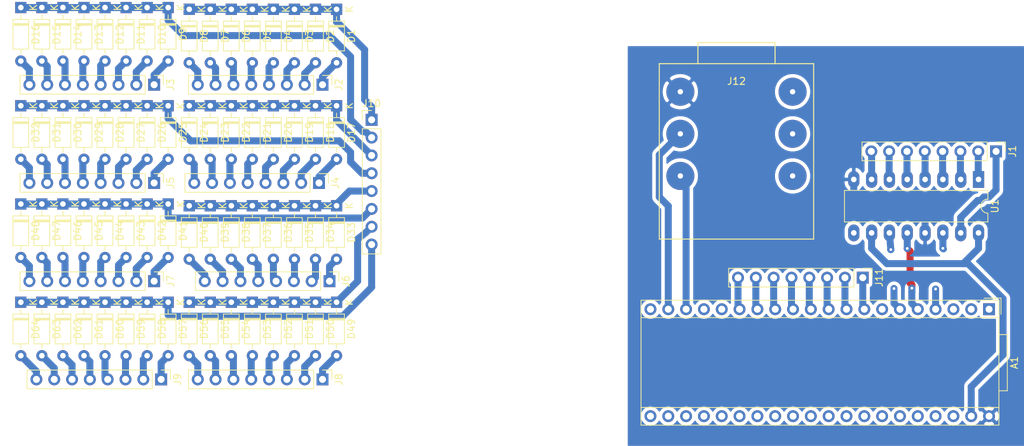
<source format=kicad_pcb>
(kicad_pcb (version 20171130) (host pcbnew "(5.0.0)")
  (layers (0 F.Cu signal) (31 B.Cu signal) (34 B.Paste user) (35 F.Paste user) (36 B.SilkS user) (37 F.SilkS user) (38 B.Mask user) (39 F.Mask user) (44 Edge.Cuts user))
  (net 0 "")
  (net 1 +3V3)
  (net 2 GND)
  (net 3 pm-out7)
  (net 4 pm-serial)
  (net 5 pm-out6)
  (net 6 pm-out5)
  (net 7 pm-enable)
  (net 8 pm-out4)
  (net 9 pm-clock)
  (net 10 pm-out3)
  (net 11 pm-out2)
  (net 12 "Net-(U1-Pad9)")
  (net 13 pm-out1)
  (net 14 "Net-(A1-Pad38)")
  (net 15 "Net-(A1-Pad37)")
  (net 16 "Net-(A1-Pad36)")
  (net 17 "Net-(A1-Pad35)")
  (net 18 "Net-(A1-Pad34)")
  (net 19 "Net-(A1-Pad33)")
  (net 20 "Net-(A1-Pad32)")
  (net 21 "Net-(A1-Pad31)")
  (net 22 "Net-(A1-Pad30)")
  (net 23 "Net-(A1-Pad29)")
  (net 24 "Net-(A1-Pad28)")
  (net 25 "Net-(A1-Pad27)")
  (net 26 "Net-(A1-Pad26)")
  (net 27 "Net-(A1-Pad25)")
  (net 28 "Net-(A1-Pad24)")
  (net 29 "Net-(A1-Pad23)")
  (net 30 pot1)
  (net 31 "Net-(A1-Pad21)")
  (net 32 "Net-(A1-Pad20)")
  (net 33 toAmpR)
  (net 34 toAmpL)
  (net 35 "Net-(A1-Pad17)")
  (net 36 "Net-(A1-Pad16)")
  (net 37 pm-in7)
  (net 38 pm-in6)
  (net 39 pm-in5)
  (net 40 pm-in4)
  (net 41 pm-in3)
  (net 42 pm-in2)
  (net 43 pm-in1)
  (net 44 "Net-(A1-Pad7)")
  (net 45 "Net-(A1-Pad3)")
  (net 46 "Net-(A1-Pad2)")
  (net 47 "Net-(A1-Pad1)")
  (net 48 "Net-(D1-Pad2)")
  (net 49 "Net-(D2-Pad2)")
  (net 50 "Net-(D3-Pad2)")
  (net 51 "Net-(D4-Pad2)")
  (net 52 "Net-(D5-Pad2)")
  (net 53 "Net-(D6-Pad2)")
  (net 54 "Net-(D7-Pad2)")
  (net 55 "Net-(D8-Pad2)")
  (net 56 pm-in8)
  (net 57 "Net-(D9-Pad2)")
  (net 58 "Net-(D10-Pad2)")
  (net 59 "Net-(D11-Pad2)")
  (net 60 "Net-(D12-Pad2)")
  (net 61 "Net-(D13-Pad2)")
  (net 62 "Net-(D14-Pad2)")
  (net 63 "Net-(D15-Pad2)")
  (net 64 "Net-(D16-Pad2)")
  (net 65 "Net-(D17-Pad2)")
  (net 66 "Net-(D18-Pad2)")
  (net 67 "Net-(D19-Pad2)")
  (net 68 "Net-(D20-Pad2)")
  (net 69 "Net-(D21-Pad2)")
  (net 70 "Net-(D22-Pad2)")
  (net 71 "Net-(D23-Pad2)")
  (net 72 "Net-(D24-Pad2)")
  (net 73 "Net-(D25-Pad2)")
  (net 74 "Net-(D26-Pad2)")
  (net 75 "Net-(D27-Pad2)")
  (net 76 "Net-(D28-Pad2)")
  (net 77 "Net-(D29-Pad2)")
  (net 78 "Net-(D30-Pad2)")
  (net 79 "Net-(D31-Pad2)")
  (net 80 "Net-(D32-Pad2)")
  (net 81 "Net-(D33-Pad2)")
  (net 82 "Net-(D34-Pad2)")
  (net 83 "Net-(D35-Pad2)")
  (net 84 "Net-(D36-Pad2)")
  (net 85 "Net-(D37-Pad2)")
  (net 86 "Net-(D38-Pad2)")
  (net 87 "Net-(D39-Pad2)")
  (net 88 "Net-(D40-Pad2)")
  (net 89 "Net-(D41-Pad2)")
  (net 90 "Net-(D42-Pad2)")
  (net 91 "Net-(D43-Pad2)")
  (net 92 "Net-(D44-Pad2)")
  (net 93 "Net-(D45-Pad2)")
  (net 94 "Net-(D46-Pad2)")
  (net 95 "Net-(D47-Pad2)")
  (net 96 "Net-(D48-Pad2)")
  (net 97 "Net-(D49-Pad2)")
  (net 98 "Net-(D50-Pad2)")
  (net 99 "Net-(D51-Pad2)")
  (net 100 "Net-(D52-Pad2)")
  (net 101 "Net-(D53-Pad2)")
  (net 102 "Net-(D54-Pad2)")
  (net 103 "Net-(D55-Pad2)")
  (net 104 "Net-(D56-Pad2)")
  (net 105 "Net-(D57-Pad2)")
  (net 106 "Net-(D58-Pad2)")
  (net 107 "Net-(D59-Pad2)")
  (net 108 "Net-(D60-Pad2)")
  (net 109 "Net-(D61-Pad2)")
  (net 110 "Net-(D62-Pad2)")
  (net 111 "Net-(D63-Pad2)")
  (net 112 "Net-(D64-Pad2)")
  (net 113 pm-out8)
  (net 114 "Net-(A1-Pad15)")
  (net 115 "Net-(A1-Pad14)")
  (net 116 "Net-(A1-Pad13)")
  (net 117 "Net-(A1-Pad12)")
  (net 118 "Net-(A1-Pad11)")
  (net 119 "Net-(A1-Pad10)")
  (net 120 "Net-(A1-Pad9)")
  (net 121 "Net-(A1-Pad8)")
  (net 122 "Net-(J12-Pad6)")
  (net 123 "Net-(J12-Pad4)")
  (net 124 "Net-(J12-Pad2)")
  (module NateTemp:StereoJackTRS3 (layer F.Cu) (at 214 64)
    (fp_text reference J12 (at 0 0.5) (layer F.SilkS))
    (fp_text value Out)
    (pad 6 thru_hole circle (at 8 14) (size 4 4) (drill 0.762) (layers *.Cu *.Mask) (net 122 "Net-(J12-Pad6)"))
    (pad 5 thru_hole circle (at -8 14) (size 4 4) (drill 0.762) (layers *.Cu *.Mask) (net 34 toAmpL))
    (pad 4 thru_hole circle (at 8 8) (size 4 4) (drill 0.762) (layers *.Cu *.Mask) (net 123 "Net-(J12-Pad4)"))
    (pad 3 thru_hole circle (at -8 8) (size 4 4) (drill 0.762) (layers *.Cu *.Mask) (net 33 toAmpR))
    (pad 2 thru_hole circle (at 8 2) (size 4 4) (drill 0.762) (layers *.Cu *.Mask) (net 124 "Net-(J12-Pad2)"))
    (pad 1 thru_hole circle (at -8 2) (size 4 4) (drill 0.762) (layers *.Cu *.Mask) (net 2 GND))
  )
  (module Connector_PinHeader_2.54mm:PinHeader_1x08_P2.54mm_Vertical (layer F.Cu) (at 232 92.5 270)
    (fp_text reference J11 (at 0 -2.33 90) (layer F.SilkS))
    (fp_text value mInJB)
    (pad 8 thru_hole oval (at 0 17.78 270) (size 1.7 1.7) (drill 1) (layers *.Cu *.Mask) (net 114 "Net-(A1-Pad15)"))
    (pad 7 thru_hole oval (at 0 15.24 270) (size 1.7 1.7) (drill 1) (layers *.Cu *.Mask) (net 115 "Net-(A1-Pad14)"))
    (pad 6 thru_hole oval (at 0 12.7 270) (size 1.7 1.7) (drill 1) (layers *.Cu *.Mask) (net 116 "Net-(A1-Pad13)"))
    (pad 5 thru_hole oval (at 0 10.16 270) (size 1.7 1.7) (drill 1) (layers *.Cu *.Mask) (net 117 "Net-(A1-Pad12)"))
    (pad 4 thru_hole oval (at 0 7.62 270) (size 1.7 1.7) (drill 1) (layers *.Cu *.Mask) (net 118 "Net-(A1-Pad11)"))
    (pad 3 thru_hole oval (at 0 5.08 270) (size 1.7 1.7) (drill 1) (layers *.Cu *.Mask) (net 119 "Net-(A1-Pad10)"))
    (pad 2 thru_hole oval (at 0 2.54 270) (size 1.7 1.7) (drill 1) (layers *.Cu *.Mask) (net 120 "Net-(A1-Pad9)"))
    (pad 1 thru_hole rect (at 0 0 270) (size 1.7 1.7) (drill 1) (layers *.Cu *.Mask) (net 121 "Net-(A1-Pad8)"))
  )
  (module Connector_PinHeader_2.54mm:PinHeader_1x08_P2.54mm_Vertical (layer F.Cu) (at 162 70)
    (fp_text reference J10 (at 0 -2.33) (layer F.SilkS))
    (fp_text value mInJA)
    (pad 8 thru_hole oval (at 0 17.78) (size 1.7 1.7) (drill 1) (layers *.Cu *.Mask) (net 56 pm-in8))
    (pad 7 thru_hole oval (at 0 15.24) (size 1.7 1.7) (drill 1) (layers *.Cu *.Mask) (net 37 pm-in7))
    (pad 6 thru_hole oval (at 0 12.7) (size 1.7 1.7) (drill 1) (layers *.Cu *.Mask) (net 38 pm-in6))
    (pad 5 thru_hole oval (at 0 10.16) (size 1.7 1.7) (drill 1) (layers *.Cu *.Mask) (net 39 pm-in5))
    (pad 4 thru_hole oval (at 0 7.62) (size 1.7 1.7) (drill 1) (layers *.Cu *.Mask) (net 40 pm-in4))
    (pad 3 thru_hole oval (at 0 5.08) (size 1.7 1.7) (drill 1) (layers *.Cu *.Mask) (net 41 pm-in3))
    (pad 2 thru_hole oval (at 0 2.54) (size 1.7 1.7) (drill 1) (layers *.Cu *.Mask) (net 42 pm-in2))
    (pad 1 thru_hole rect (at 0 0) (size 1.7 1.7) (drill 1) (layers *.Cu *.Mask) (net 43 pm-in1))
  )
  (module Connector_PinHeader_2.54mm:PinHeader_1x08_P2.54mm_Vertical (layer F.Cu) (at 132 107 270)
    (fp_text reference J9 (at 0 -2.33 90) (layer F.SilkS))
    (fp_text value fromPegsH)
    (pad 8 thru_hole oval (at 0 17.78 270) (size 1.7 1.7) (drill 1) (layers *.Cu *.Mask) (net 112 "Net-(D64-Pad2)"))
    (pad 7 thru_hole oval (at 0 15.24 270) (size 1.7 1.7) (drill 1) (layers *.Cu *.Mask) (net 111 "Net-(D63-Pad2)"))
    (pad 6 thru_hole oval (at 0 12.7 270) (size 1.7 1.7) (drill 1) (layers *.Cu *.Mask) (net 110 "Net-(D62-Pad2)"))
    (pad 5 thru_hole oval (at 0 10.16 270) (size 1.7 1.7) (drill 1) (layers *.Cu *.Mask) (net 109 "Net-(D61-Pad2)"))
    (pad 4 thru_hole oval (at 0 7.62 270) (size 1.7 1.7) (drill 1) (layers *.Cu *.Mask) (net 108 "Net-(D60-Pad2)"))
    (pad 3 thru_hole oval (at 0 5.08 270) (size 1.7 1.7) (drill 1) (layers *.Cu *.Mask) (net 107 "Net-(D59-Pad2)"))
    (pad 2 thru_hole oval (at 0 2.54 270) (size 1.7 1.7) (drill 1) (layers *.Cu *.Mask) (net 106 "Net-(D58-Pad2)"))
    (pad 1 thru_hole rect (at 0 0 270) (size 1.7 1.7) (drill 1) (layers *.Cu *.Mask) (net 105 "Net-(D57-Pad2)"))
  )
  (module Connector_PinHeader_2.54mm:PinHeader_1x08_P2.54mm_Vertical (layer F.Cu) (at 155 107 270)
    (fp_text reference J8 (at 0 -2.33 90) (layer F.SilkS))
    (fp_text value fromPegsG)
    (pad 8 thru_hole oval (at 0 17.78 270) (size 1.7 1.7) (drill 1) (layers *.Cu *.Mask) (net 104 "Net-(D56-Pad2)"))
    (pad 7 thru_hole oval (at 0 15.24 270) (size 1.7 1.7) (drill 1) (layers *.Cu *.Mask) (net 103 "Net-(D55-Pad2)"))
    (pad 6 thru_hole oval (at 0 12.7 270) (size 1.7 1.7) (drill 1) (layers *.Cu *.Mask) (net 102 "Net-(D54-Pad2)"))
    (pad 5 thru_hole oval (at 0 10.16 270) (size 1.7 1.7) (drill 1) (layers *.Cu *.Mask) (net 101 "Net-(D53-Pad2)"))
    (pad 4 thru_hole oval (at 0 7.62 270) (size 1.7 1.7) (drill 1) (layers *.Cu *.Mask) (net 100 "Net-(D52-Pad2)"))
    (pad 3 thru_hole oval (at 0 5.08 270) (size 1.7 1.7) (drill 1) (layers *.Cu *.Mask) (net 99 "Net-(D51-Pad2)"))
    (pad 2 thru_hole oval (at 0 2.54 270) (size 1.7 1.7) (drill 1) (layers *.Cu *.Mask) (net 98 "Net-(D50-Pad2)"))
    (pad 1 thru_hole rect (at 0 0 270) (size 1.7 1.7) (drill 1) (layers *.Cu *.Mask) (net 97 "Net-(D49-Pad2)"))
  )
  (module Connector_PinHeader_2.54mm:PinHeader_1x08_P2.54mm_Vertical (layer F.Cu) (at 131 93 270)
    (fp_text reference J7 (at 0 -2.33 90) (layer F.SilkS))
    (fp_text value fromPegsF)
    (pad 8 thru_hole oval (at 0 17.78 270) (size 1.7 1.7) (drill 1) (layers *.Cu *.Mask) (net 96 "Net-(D48-Pad2)"))
    (pad 7 thru_hole oval (at 0 15.24 270) (size 1.7 1.7) (drill 1) (layers *.Cu *.Mask) (net 95 "Net-(D47-Pad2)"))
    (pad 6 thru_hole oval (at 0 12.7 270) (size 1.7 1.7) (drill 1) (layers *.Cu *.Mask) (net 94 "Net-(D46-Pad2)"))
    (pad 5 thru_hole oval (at 0 10.16 270) (size 1.7 1.7) (drill 1) (layers *.Cu *.Mask) (net 93 "Net-(D45-Pad2)"))
    (pad 4 thru_hole oval (at 0 7.62 270) (size 1.7 1.7) (drill 1) (layers *.Cu *.Mask) (net 92 "Net-(D44-Pad2)"))
    (pad 3 thru_hole oval (at 0 5.08 270) (size 1.7 1.7) (drill 1) (layers *.Cu *.Mask) (net 91 "Net-(D43-Pad2)"))
    (pad 2 thru_hole oval (at 0 2.54 270) (size 1.7 1.7) (drill 1) (layers *.Cu *.Mask) (net 90 "Net-(D42-Pad2)"))
    (pad 1 thru_hole rect (at 0 0 270) (size 1.7 1.7) (drill 1) (layers *.Cu *.Mask) (net 89 "Net-(D41-Pad2)"))
  )
  (module Connector_PinHeader_2.54mm:PinHeader_1x08_P2.54mm_Vertical (layer F.Cu) (at 156 93 270)
    (fp_text reference J6 (at 0 -2.33 90) (layer F.SilkS))
    (fp_text value fromPegsE)
    (pad 8 thru_hole oval (at 0 17.78 270) (size 1.7 1.7) (drill 1) (layers *.Cu *.Mask) (net 88 "Net-(D40-Pad2)"))
    (pad 7 thru_hole oval (at 0 15.24 270) (size 1.7 1.7) (drill 1) (layers *.Cu *.Mask) (net 87 "Net-(D39-Pad2)"))
    (pad 6 thru_hole oval (at 0 12.7 270) (size 1.7 1.7) (drill 1) (layers *.Cu *.Mask) (net 86 "Net-(D38-Pad2)"))
    (pad 5 thru_hole oval (at 0 10.16 270) (size 1.7 1.7) (drill 1) (layers *.Cu *.Mask) (net 85 "Net-(D37-Pad2)"))
    (pad 4 thru_hole oval (at 0 7.62 270) (size 1.7 1.7) (drill 1) (layers *.Cu *.Mask) (net 84 "Net-(D36-Pad2)"))
    (pad 3 thru_hole oval (at 0 5.08 270) (size 1.7 1.7) (drill 1) (layers *.Cu *.Mask) (net 83 "Net-(D35-Pad2)"))
    (pad 2 thru_hole oval (at 0 2.54 270) (size 1.7 1.7) (drill 1) (layers *.Cu *.Mask) (net 82 "Net-(D34-Pad2)"))
    (pad 1 thru_hole rect (at 0 0 270) (size 1.7 1.7) (drill 1) (layers *.Cu *.Mask) (net 81 "Net-(D33-Pad2)"))
  )
  (module Connector_PinHeader_2.54mm:PinHeader_1x08_P2.54mm_Vertical (layer F.Cu) (at 131 79 270)
    (fp_text reference J5 (at 0 -2.33 90) (layer F.SilkS))
    (fp_text value fromPegsD)
    (pad 8 thru_hole oval (at 0 17.78 270) (size 1.7 1.7) (drill 1) (layers *.Cu *.Mask) (net 80 "Net-(D32-Pad2)"))
    (pad 7 thru_hole oval (at 0 15.24 270) (size 1.7 1.7) (drill 1) (layers *.Cu *.Mask) (net 79 "Net-(D31-Pad2)"))
    (pad 6 thru_hole oval (at 0 12.7 270) (size 1.7 1.7) (drill 1) (layers *.Cu *.Mask) (net 78 "Net-(D30-Pad2)"))
    (pad 5 thru_hole oval (at 0 10.16 270) (size 1.7 1.7) (drill 1) (layers *.Cu *.Mask) (net 77 "Net-(D29-Pad2)"))
    (pad 4 thru_hole oval (at 0 7.62 270) (size 1.7 1.7) (drill 1) (layers *.Cu *.Mask) (net 76 "Net-(D28-Pad2)"))
    (pad 3 thru_hole oval (at 0 5.08 270) (size 1.7 1.7) (drill 1) (layers *.Cu *.Mask) (net 75 "Net-(D27-Pad2)"))
    (pad 2 thru_hole oval (at 0 2.54 270) (size 1.7 1.7) (drill 1) (layers *.Cu *.Mask) (net 74 "Net-(D26-Pad2)"))
    (pad 1 thru_hole rect (at 0 0 270) (size 1.7 1.7) (drill 1) (layers *.Cu *.Mask) (net 73 "Net-(D25-Pad2)"))
  )
  (module Connector_PinHeader_2.54mm:PinHeader_1x08_P2.54mm_Vertical (layer F.Cu) (at 154.5 79 270)
    (fp_text reference J4 (at 0 -2.33 90) (layer F.SilkS))
    (fp_text value fromPegsC)
    (pad 8 thru_hole oval (at 0 17.78 270) (size 1.7 1.7) (drill 1) (layers *.Cu *.Mask) (net 72 "Net-(D24-Pad2)"))
    (pad 7 thru_hole oval (at 0 15.24 270) (size 1.7 1.7) (drill 1) (layers *.Cu *.Mask) (net 71 "Net-(D23-Pad2)"))
    (pad 6 thru_hole oval (at 0 12.7 270) (size 1.7 1.7) (drill 1) (layers *.Cu *.Mask) (net 70 "Net-(D22-Pad2)"))
    (pad 5 thru_hole oval (at 0 10.16 270) (size 1.7 1.7) (drill 1) (layers *.Cu *.Mask) (net 69 "Net-(D21-Pad2)"))
    (pad 4 thru_hole oval (at 0 7.62 270) (size 1.7 1.7) (drill 1) (layers *.Cu *.Mask) (net 68 "Net-(D20-Pad2)"))
    (pad 3 thru_hole oval (at 0 5.08 270) (size 1.7 1.7) (drill 1) (layers *.Cu *.Mask) (net 67 "Net-(D19-Pad2)"))
    (pad 2 thru_hole oval (at 0 2.54 270) (size 1.7 1.7) (drill 1) (layers *.Cu *.Mask) (net 66 "Net-(D18-Pad2)"))
    (pad 1 thru_hole rect (at 0 0 270) (size 1.7 1.7) (drill 1) (layers *.Cu *.Mask) (net 65 "Net-(D17-Pad2)"))
  )
  (module Connector_PinHeader_2.54mm:PinHeader_1x08_P2.54mm_Vertical (layer F.Cu) (at 131 65 270)
    (fp_text reference J3 (at 0 -2.33 90) (layer F.SilkS))
    (fp_text value fromPegsB)
    (pad 8 thru_hole oval (at 0 17.78 270) (size 1.7 1.7) (drill 1) (layers *.Cu *.Mask) (net 64 "Net-(D16-Pad2)"))
    (pad 7 thru_hole oval (at 0 15.24 270) (size 1.7 1.7) (drill 1) (layers *.Cu *.Mask) (net 63 "Net-(D15-Pad2)"))
    (pad 6 thru_hole oval (at 0 12.7 270) (size 1.7 1.7) (drill 1) (layers *.Cu *.Mask) (net 62 "Net-(D14-Pad2)"))
    (pad 5 thru_hole oval (at 0 10.16 270) (size 1.7 1.7) (drill 1) (layers *.Cu *.Mask) (net 61 "Net-(D13-Pad2)"))
    (pad 4 thru_hole oval (at 0 7.62 270) (size 1.7 1.7) (drill 1) (layers *.Cu *.Mask) (net 60 "Net-(D12-Pad2)"))
    (pad 3 thru_hole oval (at 0 5.08 270) (size 1.7 1.7) (drill 1) (layers *.Cu *.Mask) (net 59 "Net-(D11-Pad2)"))
    (pad 2 thru_hole oval (at 0 2.54 270) (size 1.7 1.7) (drill 1) (layers *.Cu *.Mask) (net 58 "Net-(D10-Pad2)"))
    (pad 1 thru_hole rect (at 0 0 270) (size 1.7 1.7) (drill 1) (layers *.Cu *.Mask) (net 57 "Net-(D9-Pad2)"))
  )
  (module Connector_PinHeader_2.54mm:PinHeader_1x08_P2.54mm_Vertical (layer F.Cu) (at 155 65 270)
    (fp_text reference J2 (at 0 -2.33 90) (layer F.SilkS))
    (fp_text value fromPegsA)
    (pad 8 thru_hole oval (at 0 17.78 270) (size 1.7 1.7) (drill 1) (layers *.Cu *.Mask) (net 55 "Net-(D8-Pad2)"))
    (pad 7 thru_hole oval (at 0 15.24 270) (size 1.7 1.7) (drill 1) (layers *.Cu *.Mask) (net 54 "Net-(D7-Pad2)"))
    (pad 6 thru_hole oval (at 0 12.7 270) (size 1.7 1.7) (drill 1) (layers *.Cu *.Mask) (net 53 "Net-(D6-Pad2)"))
    (pad 5 thru_hole oval (at 0 10.16 270) (size 1.7 1.7) (drill 1) (layers *.Cu *.Mask) (net 52 "Net-(D5-Pad2)"))
    (pad 4 thru_hole oval (at 0 7.62 270) (size 1.7 1.7) (drill 1) (layers *.Cu *.Mask) (net 51 "Net-(D4-Pad2)"))
    (pad 3 thru_hole oval (at 0 5.08 270) (size 1.7 1.7) (drill 1) (layers *.Cu *.Mask) (net 50 "Net-(D3-Pad2)"))
    (pad 2 thru_hole oval (at 0 2.54 270) (size 1.7 1.7) (drill 1) (layers *.Cu *.Mask) (net 49 "Net-(D2-Pad2)"))
    (pad 1 thru_hole rect (at 0 0 270) (size 1.7 1.7) (drill 1) (layers *.Cu *.Mask) (net 48 "Net-(D1-Pad2)"))
  )
  (module Connector_PinHeader_2.54mm:PinHeader_1x08_P2.54mm_Vertical (layer F.Cu) (at 251 74.5 270)
    (fp_text reference J1 (at 0 -2.33 90) (layer F.SilkS))
    (fp_text value toPegMatrix)
    (pad 8 thru_hole oval (at 0 17.78 270) (size 1.7 1.7) (drill 1) (layers *.Cu *.Mask) (net 113 pm-out8))
    (pad 7 thru_hole oval (at 0 15.24 270) (size 1.7 1.7) (drill 1) (layers *.Cu *.Mask) (net 3 pm-out7))
    (pad 6 thru_hole oval (at 0 12.7 270) (size 1.7 1.7) (drill 1) (layers *.Cu *.Mask) (net 5 pm-out6))
    (pad 5 thru_hole oval (at 0 10.16 270) (size 1.7 1.7) (drill 1) (layers *.Cu *.Mask) (net 6 pm-out5))
    (pad 4 thru_hole oval (at 0 7.62 270) (size 1.7 1.7) (drill 1) (layers *.Cu *.Mask) (net 8 pm-out4))
    (pad 3 thru_hole oval (at 0 5.08 270) (size 1.7 1.7) (drill 1) (layers *.Cu *.Mask) (net 10 pm-out3))
    (pad 2 thru_hole oval (at 0 2.54 270) (size 1.7 1.7) (drill 1) (layers *.Cu *.Mask) (net 11 pm-out2))
    (pad 1 thru_hole rect (at 0 0 270) (size 1.7 1.7) (drill 1) (layers *.Cu *.Mask) (net 13 pm-out1))
  )
  (module Diode_THT:D_DO-35_SOD27_P7.62mm_Horizontal (layer F.Cu) (at 112 96 270)
    (fp_text reference D64 (at 3.81 -2.12 90) (layer F.SilkS))
    (fp_text value 1N4148)
    (fp_text user K (at 0 -1.8 90) (layer F.SilkS))
    (pad 2 thru_hole oval (at 7.62 0 270) (size 1.6 1.6) (drill 0.8) (layers *.Cu *.Mask) (net 112 "Net-(D64-Pad2)"))
    (pad 1 thru_hole rect (at 0 0 270) (size 1.6 1.6) (drill 0.8) (layers *.Cu *.Mask) (net 56 pm-in8))
  )
  (module Diode_THT:D_DO-35_SOD27_P7.62mm_Horizontal (layer F.Cu) (at 115 96 270)
    (fp_text reference D63 (at 3.81 -2.12 90) (layer F.SilkS))
    (fp_text value 1N4148)
    (fp_text user K (at 0 -1.8 90) (layer F.SilkS))
    (pad 2 thru_hole oval (at 7.62 0 270) (size 1.6 1.6) (drill 0.8) (layers *.Cu *.Mask) (net 111 "Net-(D63-Pad2)"))
    (pad 1 thru_hole rect (at 0 0 270) (size 1.6 1.6) (drill 0.8) (layers *.Cu *.Mask) (net 56 pm-in8))
  )
  (module Diode_THT:D_DO-35_SOD27_P7.62mm_Horizontal (layer F.Cu) (at 118 96 270)
    (fp_text reference D62 (at 3.81 -2.12 90) (layer F.SilkS))
    (fp_text value 1N4148)
    (fp_text user K (at 0 -1.8 90) (layer F.SilkS))
    (pad 2 thru_hole oval (at 7.62 0 270) (size 1.6 1.6) (drill 0.8) (layers *.Cu *.Mask) (net 110 "Net-(D62-Pad2)"))
    (pad 1 thru_hole rect (at 0 0 270) (size 1.6 1.6) (drill 0.8) (layers *.Cu *.Mask) (net 56 pm-in8))
  )
  (module Diode_THT:D_DO-35_SOD27_P7.62mm_Horizontal (layer F.Cu) (at 121 96 270)
    (fp_text reference D61 (at 3.81 -2.12 90) (layer F.SilkS))
    (fp_text value 1N4148)
    (fp_text user K (at 0 -1.8 90) (layer F.SilkS))
    (pad 2 thru_hole oval (at 7.62 0 270) (size 1.6 1.6) (drill 0.8) (layers *.Cu *.Mask) (net 109 "Net-(D61-Pad2)"))
    (pad 1 thru_hole rect (at 0 0 270) (size 1.6 1.6) (drill 0.8) (layers *.Cu *.Mask) (net 56 pm-in8))
  )
  (module Diode_THT:D_DO-35_SOD27_P7.62mm_Horizontal (layer F.Cu) (at 124 96 270)
    (fp_text reference D60 (at 3.81 -2.12 90) (layer F.SilkS))
    (fp_text value 1N4148)
    (fp_text user K (at 0 -1.8 90) (layer F.SilkS))
    (pad 2 thru_hole oval (at 7.62 0 270) (size 1.6 1.6) (drill 0.8) (layers *.Cu *.Mask) (net 108 "Net-(D60-Pad2)"))
    (pad 1 thru_hole rect (at 0 0 270) (size 1.6 1.6) (drill 0.8) (layers *.Cu *.Mask) (net 56 pm-in8))
  )
  (module Diode_THT:D_DO-35_SOD27_P7.62mm_Horizontal (layer F.Cu) (at 127 96 270)
    (fp_text reference D59 (at 3.81 -2.12 90) (layer F.SilkS))
    (fp_text value 1N4148)
    (fp_text user K (at 0 -1.8 90) (layer F.SilkS))
    (pad 2 thru_hole oval (at 7.62 0 270) (size 1.6 1.6) (drill 0.8) (layers *.Cu *.Mask) (net 107 "Net-(D59-Pad2)"))
    (pad 1 thru_hole rect (at 0 0 270) (size 1.6 1.6) (drill 0.8) (layers *.Cu *.Mask) (net 56 pm-in8))
  )
  (module Diode_THT:D_DO-35_SOD27_P7.62mm_Horizontal (layer F.Cu) (at 130 96 270)
    (fp_text reference D58 (at 3.81 -2.12 90) (layer F.SilkS))
    (fp_text value 1N4148)
    (fp_text user K (at 0 -1.8 90) (layer F.SilkS))
    (pad 2 thru_hole oval (at 7.62 0 270) (size 1.6 1.6) (drill 0.8) (layers *.Cu *.Mask) (net 106 "Net-(D58-Pad2)"))
    (pad 1 thru_hole rect (at 0 0 270) (size 1.6 1.6) (drill 0.8) (layers *.Cu *.Mask) (net 56 pm-in8))
  )
  (module Diode_THT:D_DO-35_SOD27_P7.62mm_Horizontal (layer F.Cu) (at 133 96 270)
    (fp_text reference D57 (at 3.81 -2.12 90) (layer F.SilkS))
    (fp_text value 1N4148)
    (fp_text user K (at 0 -1.8 90) (layer F.SilkS))
    (pad 2 thru_hole oval (at 7.62 0 270) (size 1.6 1.6) (drill 0.8) (layers *.Cu *.Mask) (net 105 "Net-(D57-Pad2)"))
    (pad 1 thru_hole rect (at 0 0 270) (size 1.6 1.6) (drill 0.8) (layers *.Cu *.Mask) (net 56 pm-in8))
  )
  (module Diode_THT:D_DO-35_SOD27_P7.62mm_Horizontal (layer F.Cu) (at 136 96 270)
    (fp_text reference D56 (at 3.81 -2.12 90) (layer F.SilkS))
    (fp_text value 1N4148)
    (fp_text user K (at 0 -1.8 90) (layer F.SilkS))
    (pad 2 thru_hole oval (at 7.62 0 270) (size 1.6 1.6) (drill 0.8) (layers *.Cu *.Mask) (net 104 "Net-(D56-Pad2)"))
    (pad 1 thru_hole rect (at 0 0 270) (size 1.6 1.6) (drill 0.8) (layers *.Cu *.Mask) (net 37 pm-in7))
  )
  (module Diode_THT:D_DO-35_SOD27_P7.62mm_Horizontal (layer F.Cu) (at 139 96 270)
    (fp_text reference D55 (at 3.81 -2.12 90) (layer F.SilkS))
    (fp_text value 1N4148)
    (fp_text user K (at 0 -1.8 90) (layer F.SilkS))
    (pad 2 thru_hole oval (at 7.62 0 270) (size 1.6 1.6) (drill 0.8) (layers *.Cu *.Mask) (net 103 "Net-(D55-Pad2)"))
    (pad 1 thru_hole rect (at 0 0 270) (size 1.6 1.6) (drill 0.8) (layers *.Cu *.Mask) (net 37 pm-in7))
  )
  (module Diode_THT:D_DO-35_SOD27_P7.62mm_Horizontal (layer F.Cu) (at 142 96 270)
    (fp_text reference D54 (at 3.81 -2.12 90) (layer F.SilkS))
    (fp_text value 1N4148)
    (fp_text user K (at 0 -1.8 90) (layer F.SilkS))
    (pad 2 thru_hole oval (at 7.62 0 270) (size 1.6 1.6) (drill 0.8) (layers *.Cu *.Mask) (net 102 "Net-(D54-Pad2)"))
    (pad 1 thru_hole rect (at 0 0 270) (size 1.6 1.6) (drill 0.8) (layers *.Cu *.Mask) (net 37 pm-in7))
  )
  (module Diode_THT:D_DO-35_SOD27_P7.62mm_Horizontal (layer F.Cu) (at 145 96 270)
    (fp_text reference D53 (at 3.81 -2.12 90) (layer F.SilkS))
    (fp_text value 1N4148)
    (fp_text user K (at 0 -1.8 90) (layer F.SilkS))
    (pad 2 thru_hole oval (at 7.62 0 270) (size 1.6 1.6) (drill 0.8) (layers *.Cu *.Mask) (net 101 "Net-(D53-Pad2)"))
    (pad 1 thru_hole rect (at 0 0 270) (size 1.6 1.6) (drill 0.8) (layers *.Cu *.Mask) (net 37 pm-in7))
  )
  (module Diode_THT:D_DO-35_SOD27_P7.62mm_Horizontal (layer F.Cu) (at 148 96 270)
    (fp_text reference D52 (at 3.81 -2.12 90) (layer F.SilkS))
    (fp_text value 1N4148)
    (fp_text user K (at 0 -1.8 90) (layer F.SilkS))
    (pad 2 thru_hole oval (at 7.62 0 270) (size 1.6 1.6) (drill 0.8) (layers *.Cu *.Mask) (net 100 "Net-(D52-Pad2)"))
    (pad 1 thru_hole rect (at 0 0 270) (size 1.6 1.6) (drill 0.8) (layers *.Cu *.Mask) (net 37 pm-in7))
  )
  (module Diode_THT:D_DO-35_SOD27_P7.62mm_Horizontal (layer F.Cu) (at 151 96 270)
    (fp_text reference D51 (at 3.81 -2.12 90) (layer F.SilkS))
    (fp_text value 1N4148)
    (fp_text user K (at 0 -1.8 90) (layer F.SilkS))
    (pad 2 thru_hole oval (at 7.62 0 270) (size 1.6 1.6) (drill 0.8) (layers *.Cu *.Mask) (net 99 "Net-(D51-Pad2)"))
    (pad 1 thru_hole rect (at 0 0 270) (size 1.6 1.6) (drill 0.8) (layers *.Cu *.Mask) (net 37 pm-in7))
  )
  (module Diode_THT:D_DO-35_SOD27_P7.62mm_Horizontal (layer F.Cu) (at 154 96 270)
    (fp_text reference D50 (at 3.81 -2.12 90) (layer F.SilkS))
    (fp_text value 1N4148)
    (fp_text user K (at 0 -1.8 90) (layer F.SilkS))
    (pad 2 thru_hole oval (at 7.62 0 270) (size 1.6 1.6) (drill 0.8) (layers *.Cu *.Mask) (net 98 "Net-(D50-Pad2)"))
    (pad 1 thru_hole rect (at 0 0 270) (size 1.6 1.6) (drill 0.8) (layers *.Cu *.Mask) (net 37 pm-in7))
  )
  (module Diode_THT:D_DO-35_SOD27_P7.62mm_Horizontal (layer F.Cu) (at 157 96 270)
    (fp_text reference D49 (at 3.81 -2.12 90) (layer F.SilkS))
    (fp_text value 1N4148)
    (fp_text user K (at 0 -1.8 90) (layer F.SilkS))
    (pad 2 thru_hole oval (at 7.62 0 270) (size 1.6 1.6) (drill 0.8) (layers *.Cu *.Mask) (net 97 "Net-(D49-Pad2)"))
    (pad 1 thru_hole rect (at 0 0 270) (size 1.6 1.6) (drill 0.8) (layers *.Cu *.Mask) (net 37 pm-in7))
  )
  (module Diode_THT:D_DO-35_SOD27_P7.62mm_Horizontal (layer F.Cu) (at 112 82 270)
    (fp_text reference D48 (at 3.81 -2.12 90) (layer F.SilkS))
    (fp_text value 1N4148)
    (fp_text user K (at 0 -1.8 90) (layer F.SilkS))
    (pad 2 thru_hole oval (at 7.62 0 270) (size 1.6 1.6) (drill 0.8) (layers *.Cu *.Mask) (net 96 "Net-(D48-Pad2)"))
    (pad 1 thru_hole rect (at 0 0 270) (size 1.6 1.6) (drill 0.8) (layers *.Cu *.Mask) (net 38 pm-in6))
  )
  (module Diode_THT:D_DO-35_SOD27_P7.62mm_Horizontal (layer F.Cu) (at 115 82 270)
    (fp_text reference D47 (at 3.81 -2.12 90) (layer F.SilkS))
    (fp_text value 1N4148)
    (fp_text user K (at 0 -1.8 90) (layer F.SilkS))
    (pad 2 thru_hole oval (at 7.62 0 270) (size 1.6 1.6) (drill 0.8) (layers *.Cu *.Mask) (net 95 "Net-(D47-Pad2)"))
    (pad 1 thru_hole rect (at 0 0 270) (size 1.6 1.6) (drill 0.8) (layers *.Cu *.Mask) (net 38 pm-in6))
  )
  (module Diode_THT:D_DO-35_SOD27_P7.62mm_Horizontal (layer F.Cu) (at 118 82 270)
    (fp_text reference D46 (at 3.81 -2.12 90) (layer F.SilkS))
    (fp_text value 1N4148)
    (fp_text user K (at 0 -1.8 90) (layer F.SilkS))
    (pad 2 thru_hole oval (at 7.62 0 270) (size 1.6 1.6) (drill 0.8) (layers *.Cu *.Mask) (net 94 "Net-(D46-Pad2)"))
    (pad 1 thru_hole rect (at 0 0 270) (size 1.6 1.6) (drill 0.8) (layers *.Cu *.Mask) (net 38 pm-in6))
  )
  (module Diode_THT:D_DO-35_SOD27_P7.62mm_Horizontal (layer F.Cu) (at 121 82 270)
    (fp_text reference D45 (at 3.81 -2.12 90) (layer F.SilkS))
    (fp_text value 1N4148)
    (fp_text user K (at 0 -1.8 90) (layer F.SilkS))
    (pad 2 thru_hole oval (at 7.62 0 270) (size 1.6 1.6) (drill 0.8) (layers *.Cu *.Mask) (net 93 "Net-(D45-Pad2)"))
    (pad 1 thru_hole rect (at 0 0 270) (size 1.6 1.6) (drill 0.8) (layers *.Cu *.Mask) (net 38 pm-in6))
  )
  (module Diode_THT:D_DO-35_SOD27_P7.62mm_Horizontal (layer F.Cu) (at 124 82 270)
    (fp_text reference D44 (at 3.81 -2.12 90) (layer F.SilkS))
    (fp_text value 1N4148)
    (fp_text user K (at 0 -1.8 90) (layer F.SilkS))
    (pad 2 thru_hole oval (at 7.62 0 270) (size 1.6 1.6) (drill 0.8) (layers *.Cu *.Mask) (net 92 "Net-(D44-Pad2)"))
    (pad 1 thru_hole rect (at 0 0 270) (size 1.6 1.6) (drill 0.8) (layers *.Cu *.Mask) (net 38 pm-in6))
  )
  (module Diode_THT:D_DO-35_SOD27_P7.62mm_Horizontal (layer F.Cu) (at 127 82 270)
    (fp_text reference D43 (at 3.81 -2.12 90) (layer F.SilkS))
    (fp_text value 1N4148)
    (fp_text user K (at 0 -1.8 90) (layer F.SilkS))
    (pad 2 thru_hole oval (at 7.62 0 270) (size 1.6 1.6) (drill 0.8) (layers *.Cu *.Mask) (net 91 "Net-(D43-Pad2)"))
    (pad 1 thru_hole rect (at 0 0 270) (size 1.6 1.6) (drill 0.8) (layers *.Cu *.Mask) (net 38 pm-in6))
  )
  (module Diode_THT:D_DO-35_SOD27_P7.62mm_Horizontal (layer F.Cu) (at 130 82 270)
    (fp_text reference D42 (at 3.81 -2.12 90) (layer F.SilkS))
    (fp_text value 1N4148)
    (fp_text user K (at 0 -1.8 90) (layer F.SilkS))
    (pad 2 thru_hole oval (at 7.62 0 270) (size 1.6 1.6) (drill 0.8) (layers *.Cu *.Mask) (net 90 "Net-(D42-Pad2)"))
    (pad 1 thru_hole rect (at 0 0 270) (size 1.6 1.6) (drill 0.8) (layers *.Cu *.Mask) (net 38 pm-in6))
  )
  (module Diode_THT:D_DO-35_SOD27_P7.62mm_Horizontal (layer F.Cu) (at 133 82 270)
    (fp_text reference D41 (at 3.81 -2.12 90) (layer F.SilkS))
    (fp_text value 1N4148)
    (fp_text user K (at 0 -1.8 90) (layer F.SilkS))
    (pad 2 thru_hole oval (at 7.62 0 270) (size 1.6 1.6) (drill 0.8) (layers *.Cu *.Mask) (net 89 "Net-(D41-Pad2)"))
    (pad 1 thru_hole rect (at 0 0 270) (size 1.6 1.6) (drill 0.8) (layers *.Cu *.Mask) (net 38 pm-in6))
  )
  (module Diode_THT:D_DO-35_SOD27_P7.62mm_Horizontal (layer F.Cu) (at 136 82.25 270)
    (fp_text reference D40 (at 3.81 -2.12 90) (layer F.SilkS))
    (fp_text value 1N4148)
    (fp_text user K (at 0 -1.8 90) (layer F.SilkS))
    (pad 2 thru_hole oval (at 7.62 0 270) (size 1.6 1.6) (drill 0.8) (layers *.Cu *.Mask) (net 88 "Net-(D40-Pad2)"))
    (pad 1 thru_hole rect (at 0 0 270) (size 1.6 1.6) (drill 0.8) (layers *.Cu *.Mask) (net 39 pm-in5))
  )
  (module Diode_THT:D_DO-35_SOD27_P7.62mm_Horizontal (layer F.Cu) (at 139 82.25 270)
    (fp_text reference D39 (at 3.81 -2.12 90) (layer F.SilkS))
    (fp_text value 1N4148)
    (fp_text user K (at 0 -1.8 90) (layer F.SilkS))
    (pad 2 thru_hole oval (at 7.62 0 270) (size 1.6 1.6) (drill 0.8) (layers *.Cu *.Mask) (net 87 "Net-(D39-Pad2)"))
    (pad 1 thru_hole rect (at 0 0 270) (size 1.6 1.6) (drill 0.8) (layers *.Cu *.Mask) (net 39 pm-in5))
  )
  (module Diode_THT:D_DO-35_SOD27_P7.62mm_Horizontal (layer F.Cu) (at 142 82.25 270)
    (fp_text reference D38 (at 3.81 -2.12 90) (layer F.SilkS))
    (fp_text value 1N4148)
    (fp_text user K (at 0 -1.8 90) (layer F.SilkS))
    (pad 2 thru_hole oval (at 7.62 0 270) (size 1.6 1.6) (drill 0.8) (layers *.Cu *.Mask) (net 86 "Net-(D38-Pad2)"))
    (pad 1 thru_hole rect (at 0 0 270) (size 1.6 1.6) (drill 0.8) (layers *.Cu *.Mask) (net 39 pm-in5))
  )
  (module Diode_THT:D_DO-35_SOD27_P7.62mm_Horizontal (layer F.Cu) (at 145 82.25 270)
    (fp_text reference D37 (at 3.81 -2.12 90) (layer F.SilkS))
    (fp_text value 1N4148)
    (fp_text user K (at 0 -1.8 90) (layer F.SilkS))
    (pad 2 thru_hole oval (at 7.62 0 270) (size 1.6 1.6) (drill 0.8) (layers *.Cu *.Mask) (net 85 "Net-(D37-Pad2)"))
    (pad 1 thru_hole rect (at 0 0 270) (size 1.6 1.6) (drill 0.8) (layers *.Cu *.Mask) (net 39 pm-in5))
  )
  (module Diode_THT:D_DO-35_SOD27_P7.62mm_Horizontal (layer F.Cu) (at 148 82.25 270)
    (fp_text reference D36 (at 3.81 -2.12 90) (layer F.SilkS))
    (fp_text value 1N4148)
    (fp_text user K (at 0 -1.8 90) (layer F.SilkS))
    (pad 2 thru_hole oval (at 7.62 0 270) (size 1.6 1.6) (drill 0.8) (layers *.Cu *.Mask) (net 84 "Net-(D36-Pad2)"))
    (pad 1 thru_hole rect (at 0 0 270) (size 1.6 1.6) (drill 0.8) (layers *.Cu *.Mask) (net 39 pm-in5))
  )
  (module Diode_THT:D_DO-35_SOD27_P7.62mm_Horizontal (layer F.Cu) (at 151 82.25 270)
    (fp_text reference D35 (at 3.81 -2.12 90) (layer F.SilkS))
    (fp_text value 1N4148)
    (fp_text user K (at 0 -1.8 90) (layer F.SilkS))
    (pad 2 thru_hole oval (at 7.62 0 270) (size 1.6 1.6) (drill 0.8) (layers *.Cu *.Mask) (net 83 "Net-(D35-Pad2)"))
    (pad 1 thru_hole rect (at 0 0 270) (size 1.6 1.6) (drill 0.8) (layers *.Cu *.Mask) (net 39 pm-in5))
  )
  (module Diode_THT:D_DO-35_SOD27_P7.62mm_Horizontal (layer F.Cu) (at 154 82.25 270)
    (fp_text reference D34 (at 3.81 -2.12 90) (layer F.SilkS))
    (fp_text value 1N4148)
    (fp_text user K (at 0 -1.8 90) (layer F.SilkS))
    (pad 2 thru_hole oval (at 7.62 0 270) (size 1.6 1.6) (drill 0.8) (layers *.Cu *.Mask) (net 82 "Net-(D34-Pad2)"))
    (pad 1 thru_hole rect (at 0 0 270) (size 1.6 1.6) (drill 0.8) (layers *.Cu *.Mask) (net 39 pm-in5))
  )
  (module Diode_THT:D_DO-35_SOD27_P7.62mm_Horizontal (layer F.Cu) (at 157 82.25 270)
    (fp_text reference D33 (at 3.81 -2.12 90) (layer F.SilkS))
    (fp_text value 1N4148)
    (fp_text user K (at 0 -1.8 90) (layer F.SilkS))
    (pad 2 thru_hole oval (at 7.62 0 270) (size 1.6 1.6) (drill 0.8) (layers *.Cu *.Mask) (net 81 "Net-(D33-Pad2)"))
    (pad 1 thru_hole rect (at 0 0 270) (size 1.6 1.6) (drill 0.8) (layers *.Cu *.Mask) (net 39 pm-in5))
  )
  (module Diode_THT:D_DO-35_SOD27_P7.62mm_Horizontal (layer F.Cu) (at 112 68 270)
    (fp_text reference D32 (at 3.81 -2.12 90) (layer F.SilkS))
    (fp_text value 1N4148)
    (fp_text user K (at 0 -1.8 90) (layer F.SilkS))
    (pad 2 thru_hole oval (at 7.62 0 270) (size 1.6 1.6) (drill 0.8) (layers *.Cu *.Mask) (net 80 "Net-(D32-Pad2)"))
    (pad 1 thru_hole rect (at 0 0 270) (size 1.6 1.6) (drill 0.8) (layers *.Cu *.Mask) (net 40 pm-in4))
  )
  (module Diode_THT:D_DO-35_SOD27_P7.62mm_Horizontal (layer F.Cu) (at 115 68 270)
    (fp_text reference D31 (at 3.81 -2.12 90) (layer F.SilkS))
    (fp_text value 1N4148)
    (fp_text user K (at 0 -1.8 90) (layer F.SilkS))
    (pad 2 thru_hole oval (at 7.62 0 270) (size 1.6 1.6) (drill 0.8) (layers *.Cu *.Mask) (net 79 "Net-(D31-Pad2)"))
    (pad 1 thru_hole rect (at 0 0 270) (size 1.6 1.6) (drill 0.8) (layers *.Cu *.Mask) (net 40 pm-in4))
  )
  (module Diode_THT:D_DO-35_SOD27_P7.62mm_Horizontal (layer F.Cu) (at 118 68 270)
    (fp_text reference D30 (at 3.81 -2.12 90) (layer F.SilkS))
    (fp_text value 1N4148)
    (fp_text user K (at 0 -1.8 90) (layer F.SilkS))
    (pad 2 thru_hole oval (at 7.62 0 270) (size 1.6 1.6) (drill 0.8) (layers *.Cu *.Mask) (net 78 "Net-(D30-Pad2)"))
    (pad 1 thru_hole rect (at 0 0 270) (size 1.6 1.6) (drill 0.8) (layers *.Cu *.Mask) (net 40 pm-in4))
  )
  (module Diode_THT:D_DO-35_SOD27_P7.62mm_Horizontal (layer F.Cu) (at 121 68 270)
    (fp_text reference D29 (at 3.81 -2.12 90) (layer F.SilkS))
    (fp_text value 1N4148)
    (fp_text user K (at 0 -1.8 90) (layer F.SilkS))
    (pad 2 thru_hole oval (at 7.62 0 270) (size 1.6 1.6) (drill 0.8) (layers *.Cu *.Mask) (net 77 "Net-(D29-Pad2)"))
    (pad 1 thru_hole rect (at 0 0 270) (size 1.6 1.6) (drill 0.8) (layers *.Cu *.Mask) (net 40 pm-in4))
  )
  (module Diode_THT:D_DO-35_SOD27_P7.62mm_Horizontal (layer F.Cu) (at 124 68 270)
    (fp_text reference D28 (at 3.81 -2.12 90) (layer F.SilkS))
    (fp_text value 1N4148)
    (fp_text user K (at 0 -1.8 90) (layer F.SilkS))
    (pad 2 thru_hole oval (at 7.62 0 270) (size 1.6 1.6) (drill 0.8) (layers *.Cu *.Mask) (net 76 "Net-(D28-Pad2)"))
    (pad 1 thru_hole rect (at 0 0 270) (size 1.6 1.6) (drill 0.8) (layers *.Cu *.Mask) (net 40 pm-in4))
  )
  (module Diode_THT:D_DO-35_SOD27_P7.62mm_Horizontal (layer F.Cu) (at 127 68 270)
    (fp_text reference D27 (at 3.81 -2.12 90) (layer F.SilkS))
    (fp_text value 1N4148)
    (fp_text user K (at 0 -1.8 90) (layer F.SilkS))
    (pad 2 thru_hole oval (at 7.62 0 270) (size 1.6 1.6) (drill 0.8) (layers *.Cu *.Mask) (net 75 "Net-(D27-Pad2)"))
    (pad 1 thru_hole rect (at 0 0 270) (size 1.6 1.6) (drill 0.8) (layers *.Cu *.Mask) (net 40 pm-in4))
  )
  (module Diode_THT:D_DO-35_SOD27_P7.62mm_Horizontal (layer F.Cu) (at 130 68 270)
    (fp_text reference D26 (at 3.81 -2.12 90) (layer F.SilkS))
    (fp_text value 1N4148)
    (fp_text user K (at 0 -1.8 90) (layer F.SilkS))
    (pad 2 thru_hole oval (at 7.62 0 270) (size 1.6 1.6) (drill 0.8) (layers *.Cu *.Mask) (net 74 "Net-(D26-Pad2)"))
    (pad 1 thru_hole rect (at 0 0 270) (size 1.6 1.6) (drill 0.8) (layers *.Cu *.Mask) (net 40 pm-in4))
  )
  (module Diode_THT:D_DO-35_SOD27_P7.62mm_Horizontal (layer F.Cu) (at 133 68 270)
    (fp_text reference D25 (at 3.81 -2.12 90) (layer F.SilkS))
    (fp_text value 1N4148)
    (fp_text user K (at 0 -1.8 90) (layer F.SilkS))
    (pad 2 thru_hole oval (at 7.62 0 270) (size 1.6 1.6) (drill 0.8) (layers *.Cu *.Mask) (net 73 "Net-(D25-Pad2)"))
    (pad 1 thru_hole rect (at 0 0 270) (size 1.6 1.6) (drill 0.8) (layers *.Cu *.Mask) (net 40 pm-in4))
  )
  (module Diode_THT:D_DO-35_SOD27_P7.62mm_Horizontal (layer F.Cu) (at 136 68 270)
    (fp_text reference D24 (at 3.81 -2.12 90) (layer F.SilkS))
    (fp_text value 1N4148)
    (fp_text user K (at 0 -1.8 90) (layer F.SilkS))
    (pad 2 thru_hole oval (at 7.62 0 270) (size 1.6 1.6) (drill 0.8) (layers *.Cu *.Mask) (net 72 "Net-(D24-Pad2)"))
    (pad 1 thru_hole rect (at 0 0 270) (size 1.6 1.6) (drill 0.8) (layers *.Cu *.Mask) (net 41 pm-in3))
  )
  (module Diode_THT:D_DO-35_SOD27_P7.62mm_Horizontal (layer F.Cu) (at 139 68 270)
    (fp_text reference D23 (at 3.81 -2.12 90) (layer F.SilkS))
    (fp_text value 1N4148)
    (fp_text user K (at 0 -1.8 90) (layer F.SilkS))
    (pad 2 thru_hole oval (at 7.62 0 270) (size 1.6 1.6) (drill 0.8) (layers *.Cu *.Mask) (net 71 "Net-(D23-Pad2)"))
    (pad 1 thru_hole rect (at 0 0 270) (size 1.6 1.6) (drill 0.8) (layers *.Cu *.Mask) (net 41 pm-in3))
  )
  (module Diode_THT:D_DO-35_SOD27_P7.62mm_Horizontal (layer F.Cu) (at 142 68 270)
    (fp_text reference D22 (at 3.81 -2.12 90) (layer F.SilkS))
    (fp_text value 1N4148)
    (fp_text user K (at 0 -1.8 90) (layer F.SilkS))
    (pad 2 thru_hole oval (at 7.62 0 270) (size 1.6 1.6) (drill 0.8) (layers *.Cu *.Mask) (net 70 "Net-(D22-Pad2)"))
    (pad 1 thru_hole rect (at 0 0 270) (size 1.6 1.6) (drill 0.8) (layers *.Cu *.Mask) (net 41 pm-in3))
  )
  (module Diode_THT:D_DO-35_SOD27_P7.62mm_Horizontal (layer F.Cu) (at 145 68 270)
    (fp_text reference D21 (at 3.81 -2.12 90) (layer F.SilkS))
    (fp_text value 1N4148)
    (fp_text user K (at 0 -1.8 90) (layer F.SilkS))
    (pad 2 thru_hole oval (at 7.62 0 270) (size 1.6 1.6) (drill 0.8) (layers *.Cu *.Mask) (net 69 "Net-(D21-Pad2)"))
    (pad 1 thru_hole rect (at 0 0 270) (size 1.6 1.6) (drill 0.8) (layers *.Cu *.Mask) (net 41 pm-in3))
  )
  (module Diode_THT:D_DO-35_SOD27_P7.62mm_Horizontal (layer F.Cu) (at 148 68 270)
    (fp_text reference D20 (at 3.81 -2.12 90) (layer F.SilkS))
    (fp_text value 1N4148)
    (fp_text user K (at 0 -1.8 90) (layer F.SilkS))
    (pad 2 thru_hole oval (at 7.62 0 270) (size 1.6 1.6) (drill 0.8) (layers *.Cu *.Mask) (net 68 "Net-(D20-Pad2)"))
    (pad 1 thru_hole rect (at 0 0 270) (size 1.6 1.6) (drill 0.8) (layers *.Cu *.Mask) (net 41 pm-in3))
  )
  (module Diode_THT:D_DO-35_SOD27_P7.62mm_Horizontal (layer F.Cu) (at 151 68 270)
    (fp_text reference D19 (at 3.81 -2.12 90) (layer F.SilkS))
    (fp_text value 1N4148)
    (fp_text user K (at 0 -1.8 90) (layer F.SilkS))
    (pad 2 thru_hole oval (at 7.62 0 270) (size 1.6 1.6) (drill 0.8) (layers *.Cu *.Mask) (net 67 "Net-(D19-Pad2)"))
    (pad 1 thru_hole rect (at 0 0 270) (size 1.6 1.6) (drill 0.8) (layers *.Cu *.Mask) (net 41 pm-in3))
  )
  (module Diode_THT:D_DO-35_SOD27_P7.62mm_Horizontal (layer F.Cu) (at 154 68 270)
    (fp_text reference D18 (at 3.81 -2.12 90) (layer F.SilkS))
    (fp_text value 1N4148)
    (fp_text user K (at 0 -1.8 90) (layer F.SilkS))
    (pad 2 thru_hole oval (at 7.62 0 270) (size 1.6 1.6) (drill 0.8) (layers *.Cu *.Mask) (net 66 "Net-(D18-Pad2)"))
    (pad 1 thru_hole rect (at 0 0 270) (size 1.6 1.6) (drill 0.8) (layers *.Cu *.Mask) (net 41 pm-in3))
  )
  (module Diode_THT:D_DO-35_SOD27_P7.62mm_Horizontal (layer F.Cu) (at 157 68 270)
    (fp_text reference D17 (at 3.81 -2.12 90) (layer F.SilkS))
    (fp_text value 1N4148)
    (fp_text user K (at 0 -1.8 90) (layer F.SilkS))
    (pad 2 thru_hole oval (at 7.62 0 270) (size 1.6 1.6) (drill 0.8) (layers *.Cu *.Mask) (net 65 "Net-(D17-Pad2)"))
    (pad 1 thru_hole rect (at 0 0 270) (size 1.6 1.6) (drill 0.8) (layers *.Cu *.Mask) (net 41 pm-in3))
  )
  (module Diode_THT:D_DO-35_SOD27_P7.62mm_Horizontal (layer F.Cu) (at 112 54 270)
    (fp_text reference D16 (at 3.81 -2.12 90) (layer F.SilkS))
    (fp_text value 1N4148)
    (fp_text user K (at 0 -1.8 90) (layer F.SilkS))
    (pad 2 thru_hole oval (at 7.62 0 270) (size 1.6 1.6) (drill 0.8) (layers *.Cu *.Mask) (net 64 "Net-(D16-Pad2)"))
    (pad 1 thru_hole rect (at 0 0 270) (size 1.6 1.6) (drill 0.8) (layers *.Cu *.Mask) (net 42 pm-in2))
  )
  (module Diode_THT:D_DO-35_SOD27_P7.62mm_Horizontal (layer F.Cu) (at 115 54 270)
    (fp_text reference D15 (at 3.81 -2.12 90) (layer F.SilkS))
    (fp_text value 1N4148)
    (fp_text user K (at 0 -1.8 90) (layer F.SilkS))
    (pad 2 thru_hole oval (at 7.62 0 270) (size 1.6 1.6) (drill 0.8) (layers *.Cu *.Mask) (net 63 "Net-(D15-Pad2)"))
    (pad 1 thru_hole rect (at 0 0 270) (size 1.6 1.6) (drill 0.8) (layers *.Cu *.Mask) (net 42 pm-in2))
  )
  (module Diode_THT:D_DO-35_SOD27_P7.62mm_Horizontal (layer F.Cu) (at 118 54 270)
    (fp_text reference D14 (at 3.81 -2.12 90) (layer F.SilkS))
    (fp_text value 1N4148)
    (fp_text user K (at 0 -1.8 90) (layer F.SilkS))
    (pad 2 thru_hole oval (at 7.62 0 270) (size 1.6 1.6) (drill 0.8) (layers *.Cu *.Mask) (net 62 "Net-(D14-Pad2)"))
    (pad 1 thru_hole rect (at 0 0 270) (size 1.6 1.6) (drill 0.8) (layers *.Cu *.Mask) (net 42 pm-in2))
  )
  (module Diode_THT:D_DO-35_SOD27_P7.62mm_Horizontal (layer F.Cu) (at 121 54 270)
    (fp_text reference D13 (at 3.81 -2.12 90) (layer F.SilkS))
    (fp_text value 1N4148)
    (fp_text user K (at 0 -1.8 90) (layer F.SilkS))
    (pad 2 thru_hole oval (at 7.62 0 270) (size 1.6 1.6) (drill 0.8) (layers *.Cu *.Mask) (net 61 "Net-(D13-Pad2)"))
    (pad 1 thru_hole rect (at 0 0 270) (size 1.6 1.6) (drill 0.8) (layers *.Cu *.Mask) (net 42 pm-in2))
  )
  (module Diode_THT:D_DO-35_SOD27_P7.62mm_Horizontal (layer F.Cu) (at 124 54 270)
    (fp_text reference D12 (at 3.81 -2.12 90) (layer F.SilkS))
    (fp_text value 1N4148)
    (fp_text user K (at 0 -1.8 90) (layer F.SilkS))
    (pad 2 thru_hole oval (at 7.62 0 270) (size 1.6 1.6) (drill 0.8) (layers *.Cu *.Mask) (net 60 "Net-(D12-Pad2)"))
    (pad 1 thru_hole rect (at 0 0 270) (size 1.6 1.6) (drill 0.8) (layers *.Cu *.Mask) (net 42 pm-in2))
  )
  (module Diode_THT:D_DO-35_SOD27_P7.62mm_Horizontal (layer F.Cu) (at 127 54 270)
    (fp_text reference D11 (at 3.81 -2.12 90) (layer F.SilkS))
    (fp_text value 1N4148)
    (fp_text user K (at 0 -1.8 90) (layer F.SilkS))
    (pad 2 thru_hole oval (at 7.62 0 270) (size 1.6 1.6) (drill 0.8) (layers *.Cu *.Mask) (net 59 "Net-(D11-Pad2)"))
    (pad 1 thru_hole rect (at 0 0 270) (size 1.6 1.6) (drill 0.8) (layers *.Cu *.Mask) (net 42 pm-in2))
  )
  (module Diode_THT:D_DO-35_SOD27_P7.62mm_Horizontal (layer F.Cu) (at 130 54 270)
    (fp_text reference D10 (at 3.81 -2.12 90) (layer F.SilkS))
    (fp_text value 1N4148)
    (fp_text user K (at 0 -1.8 90) (layer F.SilkS))
    (pad 2 thru_hole oval (at 7.62 0 270) (size 1.6 1.6) (drill 0.8) (layers *.Cu *.Mask) (net 58 "Net-(D10-Pad2)"))
    (pad 1 thru_hole rect (at 0 0 270) (size 1.6 1.6) (drill 0.8) (layers *.Cu *.Mask) (net 42 pm-in2))
  )
  (module Diode_THT:D_DO-35_SOD27_P7.62mm_Horizontal (layer F.Cu) (at 133 54 270)
    (fp_text reference D9 (at 3.81 -2.12 90) (layer F.SilkS))
    (fp_text value 1N4148)
    (fp_text user K (at 0 -1.8 90) (layer F.SilkS))
    (pad 2 thru_hole oval (at 7.62 0 270) (size 1.6 1.6) (drill 0.8) (layers *.Cu *.Mask) (net 57 "Net-(D9-Pad2)"))
    (pad 1 thru_hole rect (at 0 0 270) (size 1.6 1.6) (drill 0.8) (layers *.Cu *.Mask) (net 42 pm-in2))
  )
  (module Diode_THT:D_DO-35_SOD27_P7.62mm_Horizontal (layer F.Cu) (at 136 54.25 270)
    (fp_text reference D8 (at 3.81 -2.12 90) (layer F.SilkS))
    (fp_text value 1N4148)
    (fp_text user K (at 0 -1.8 90) (layer F.SilkS))
    (pad 2 thru_hole oval (at 7.62 0 270) (size 1.6 1.6) (drill 0.8) (layers *.Cu *.Mask) (net 55 "Net-(D8-Pad2)"))
    (pad 1 thru_hole rect (at 0 0 270) (size 1.6 1.6) (drill 0.8) (layers *.Cu *.Mask) (net 43 pm-in1))
  )
  (module Diode_THT:D_DO-35_SOD27_P7.62mm_Horizontal (layer F.Cu) (at 139 54.25 270)
    (fp_text reference D7 (at 3.81 -2.12 90) (layer F.SilkS))
    (fp_text value 1N4148)
    (fp_text user K (at 0 -1.8 90) (layer F.SilkS))
    (pad 2 thru_hole oval (at 7.62 0 270) (size 1.6 1.6) (drill 0.8) (layers *.Cu *.Mask) (net 54 "Net-(D7-Pad2)"))
    (pad 1 thru_hole rect (at 0 0 270) (size 1.6 1.6) (drill 0.8) (layers *.Cu *.Mask) (net 43 pm-in1))
  )
  (module Diode_THT:D_DO-35_SOD27_P7.62mm_Horizontal (layer F.Cu) (at 142 54.25 270)
    (fp_text reference D6 (at 3.81 -2.12 90) (layer F.SilkS))
    (fp_text value 1N4148)
    (fp_text user K (at 0 -1.8 90) (layer F.SilkS))
    (pad 2 thru_hole oval (at 7.62 0 270) (size 1.6 1.6) (drill 0.8) (layers *.Cu *.Mask) (net 53 "Net-(D6-Pad2)"))
    (pad 1 thru_hole rect (at 0 0 270) (size 1.6 1.6) (drill 0.8) (layers *.Cu *.Mask) (net 43 pm-in1))
  )
  (module Diode_THT:D_DO-35_SOD27_P7.62mm_Horizontal (layer F.Cu) (at 145 54.25 270)
    (fp_text reference D5 (at 3.81 -2.12 90) (layer F.SilkS))
    (fp_text value 1N4148)
    (fp_text user K (at 0 -1.8 90) (layer F.SilkS))
    (pad 2 thru_hole oval (at 7.62 0 270) (size 1.6 1.6) (drill 0.8) (layers *.Cu *.Mask) (net 52 "Net-(D5-Pad2)"))
    (pad 1 thru_hole rect (at 0 0 270) (size 1.6 1.6) (drill 0.8) (layers *.Cu *.Mask) (net 43 pm-in1))
  )
  (module Diode_THT:D_DO-35_SOD27_P7.62mm_Horizontal (layer F.Cu) (at 148 54.25 270)
    (fp_text reference D4 (at 3.81 -2.12 90) (layer F.SilkS))
    (fp_text value 1N4148)
    (fp_text user K (at 0 -1.8 90) (layer F.SilkS))
    (pad 2 thru_hole oval (at 7.62 0 270) (size 1.6 1.6) (drill 0.8) (layers *.Cu *.Mask) (net 51 "Net-(D4-Pad2)"))
    (pad 1 thru_hole rect (at 0 0 270) (size 1.6 1.6) (drill 0.8) (layers *.Cu *.Mask) (net 43 pm-in1))
  )
  (module Diode_THT:D_DO-35_SOD27_P7.62mm_Horizontal (layer F.Cu) (at 151 54.25 270)
    (fp_text reference D3 (at 3.81 -2.12 90) (layer F.SilkS))
    (fp_text value 1N4148)
    (fp_text user K (at 0 -1.8 90) (layer F.SilkS))
    (pad 2 thru_hole oval (at 7.62 0 270) (size 1.6 1.6) (drill 0.8) (layers *.Cu *.Mask) (net 50 "Net-(D3-Pad2)"))
    (pad 1 thru_hole rect (at 0 0 270) (size 1.6 1.6) (drill 0.8) (layers *.Cu *.Mask) (net 43 pm-in1))
  )
  (module Diode_THT:D_DO-35_SOD27_P7.62mm_Horizontal (layer F.Cu) (at 154 54.25 270)
    (fp_text reference D2 (at 3.81 -2.12 90) (layer F.SilkS))
    (fp_text value 1N4148)
    (fp_text user K (at 0 -1.8 90) (layer F.SilkS))
    (pad 2 thru_hole oval (at 7.62 0 270) (size 1.6 1.6) (drill 0.8) (layers *.Cu *.Mask) (net 49 "Net-(D2-Pad2)"))
    (pad 1 thru_hole rect (at 0 0 270) (size 1.6 1.6) (drill 0.8) (layers *.Cu *.Mask) (net 43 pm-in1))
  )
  (module Diode_THT:D_DO-35_SOD27_P7.62mm_Horizontal (layer F.Cu) (at 157 54.25 270)
    (fp_text reference D1 (at 3.81 -2.12 90) (layer F.SilkS))
    (fp_text value 1N4148)
    (fp_text user K (at 0 -1.8 90) (layer F.SilkS))
    (pad 2 thru_hole oval (at 7.62 0 270) (size 1.6 1.6) (drill 0.8) (layers *.Cu *.Mask) (net 48 "Net-(D1-Pad2)"))
    (pad 1 thru_hole rect (at 0 0 270) (size 1.6 1.6) (drill 0.8) (layers *.Cu *.Mask) (net 43 pm-in1))
  )
  (module JDS-v1:Device_Audio_Electrosmith_Daisy_Seed (layer F.Cu) (at 250 97 270)
    (fp_text reference A1 (at 7.62 -3.6 90) (layer F.SilkS))
    (fp_text value Daisy)
    (pad 40 thru_hole circle (at 15.24 0 270) (size 1.7 1.7) (drill 1) (layers *.Cu *.Mask) (net 2 GND))
    (pad 39 thru_hole circle (at 15.24 2.54 270) (size 1.7 1.7) (drill 1) (layers *.Cu *.Mask) (net 1 +3V3))
    (pad 38 thru_hole circle (at 15.24 5.08 270) (size 1.7 1.7) (drill 1) (layers *.Cu *.Mask) (net 14 "Net-(A1-Pad38)"))
    (pad 37 thru_hole circle (at 15.24 7.62 270) (size 1.7 1.7) (drill 1) (layers *.Cu *.Mask) (net 15 "Net-(A1-Pad37)"))
    (pad 36 thru_hole circle (at 15.24 10.16 270) (size 1.7 1.7) (drill 1) (layers *.Cu *.Mask) (net 16 "Net-(A1-Pad36)"))
    (pad 35 thru_hole circle (at 15.24 12.7 270) (size 1.7 1.7) (drill 1) (layers *.Cu *.Mask) (net 17 "Net-(A1-Pad35)"))
    (pad 34 thru_hole circle (at 15.24 15.24 270) (size 1.7 1.7) (drill 1) (layers *.Cu *.Mask) (net 18 "Net-(A1-Pad34)"))
    (pad 33 thru_hole circle (at 15.24 17.78 270) (size 1.7 1.7) (drill 1) (layers *.Cu *.Mask) (net 19 "Net-(A1-Pad33)"))
    (pad 32 thru_hole circle (at 15.24 20.32 270) (size 1.7 1.7) (drill 1) (layers *.Cu *.Mask) (net 20 "Net-(A1-Pad32)"))
    (pad 31 thru_hole circle (at 15.24 22.86 270) (size 1.7 1.7) (drill 1) (layers *.Cu *.Mask) (net 21 "Net-(A1-Pad31)"))
    (pad 30 thru_hole circle (at 15.24 25.4 270) (size 1.7 1.7) (drill 1) (layers *.Cu *.Mask) (net 22 "Net-(A1-Pad30)"))
    (pad 29 thru_hole circle (at 15.24 27.94 270) (size 1.7 1.7) (drill 1) (layers *.Cu *.Mask) (net 23 "Net-(A1-Pad29)"))
    (pad 28 thru_hole circle (at 15.24 30.48 270) (size 1.7 1.7) (drill 1) (layers *.Cu *.Mask) (net 24 "Net-(A1-Pad28)"))
    (pad 27 thru_hole circle (at 15.24 33.02 270) (size 1.7 1.7) (drill 1) (layers *.Cu *.Mask) (net 25 "Net-(A1-Pad27)"))
    (pad 26 thru_hole circle (at 15.24 35.56 270) (size 1.7 1.7) (drill 1) (layers *.Cu *.Mask) (net 26 "Net-(A1-Pad26)"))
    (pad 25 thru_hole circle (at 15.24 38.1 270) (size 1.7 1.7) (drill 1) (layers *.Cu *.Mask) (net 27 "Net-(A1-Pad25)"))
    (pad 24 thru_hole circle (at 15.24 40.64 270) (size 1.7 1.7) (drill 1) (layers *.Cu *.Mask) (net 28 "Net-(A1-Pad24)"))
    (pad 23 thru_hole circle (at 15.24 43.18 270) (size 1.7 1.7) (drill 1) (layers *.Cu *.Mask) (net 29 "Net-(A1-Pad23)"))
    (pad 22 thru_hole circle (at 15.24 45.72 270) (size 1.7 1.7) (drill 1) (layers *.Cu *.Mask) (net 30 pot1))
    (pad 21 thru_hole circle (at 15.24 48.26 270) (size 1.7 1.7) (drill 1) (layers *.Cu *.Mask) (net 31 "Net-(A1-Pad21)"))
    (pad 20 thru_hole circle (at 0 48.26 270) (size 1.7 1.7) (drill 1) (layers *.Cu *.Mask) (net 32 "Net-(A1-Pad20)"))
    (pad 19 thru_hole circle (at 0 45.72 270) (size 1.7 1.7) (drill 1) (layers *.Cu *.Mask) (net 33 toAmpR))
    (pad 18 thru_hole circle (at 0 43.18 270) (size 1.7 1.7) (drill 1) (layers *.Cu *.Mask) (net 34 toAmpL))
    (pad 17 thru_hole circle (at 0 40.64 270) (size 1.7 1.7) (drill 1) (layers *.Cu *.Mask) (net 35 "Net-(A1-Pad17)"))
    (pad 16 thru_hole circle (at 0 38.1 270) (size 1.7 1.7) (drill 1) (layers *.Cu *.Mask) (net 36 "Net-(A1-Pad16)"))
    (pad 15 thru_hole circle (at 0 35.56 270) (size 1.7 1.7) (drill 1) (layers *.Cu *.Mask) (net 114 "Net-(A1-Pad15)"))
    (pad 14 thru_hole circle (at 0 33.02 270) (size 1.7 1.7) (drill 1) (layers *.Cu *.Mask) (net 115 "Net-(A1-Pad14)"))
    (pad 13 thru_hole circle (at 0 30.48 270) (size 1.7 1.7) (drill 1) (layers *.Cu *.Mask) (net 116 "Net-(A1-Pad13)"))
    (pad 12 thru_hole circle (at 0 27.94 270) (size 1.7 1.7) (drill 1) (layers *.Cu *.Mask) (net 117 "Net-(A1-Pad12)"))
    (pad 11 thru_hole circle (at 0 25.4 270) (size 1.7 1.7) (drill 1) (layers *.Cu *.Mask) (net 118 "Net-(A1-Pad11)"))
    (pad 10 thru_hole circle (at 0 22.86 270) (size 1.7 1.7) (drill 1) (layers *.Cu *.Mask) (net 119 "Net-(A1-Pad10)"))
    (pad 9 thru_hole circle (at 0 20.32 270) (size 1.7 1.7) (drill 1) (layers *.Cu *.Mask) (net 120 "Net-(A1-Pad9)"))
    (pad 8 thru_hole circle (at 0 17.78 270) (size 1.7 1.7) (drill 1) (layers *.Cu *.Mask) (net 121 "Net-(A1-Pad8)"))
    (pad 7 thru_hole circle (at 0 15.24 270) (size 1.7 1.7) (drill 1) (layers *.Cu *.Mask) (net 44 "Net-(A1-Pad7)"))
    (pad 6 thru_hole circle (at 0 12.7 270) (size 1.7 1.7) (drill 1) (layers *.Cu *.Mask) (net 4 pm-serial))
    (pad 5 thru_hole circle (at 0 10.16 270) (size 1.7 1.7) (drill 1) (layers *.Cu *.Mask) (net 7 pm-enable))
    (pad 4 thru_hole circle (at 0 7.62 270) (size 1.7 1.7) (drill 1) (layers *.Cu *.Mask) (net 9 pm-clock))
    (pad 3 thru_hole circle (at 0 5.08 270) (size 1.7 1.7) (drill 1) (layers *.Cu *.Mask) (net 45 "Net-(A1-Pad3)"))
    (pad 2 thru_hole circle (at 0 2.54 270) (size 1.7 1.7) (drill 1) (layers *.Cu *.Mask) (net 46 "Net-(A1-Pad2)"))
    (pad 1 thru_hole rect (at 0 0 270) (size 1.7 1.7) (drill 1) (layers *.Cu *.Mask) (net 47 "Net-(A1-Pad1)"))
  )
  (module Package_DIP:DIP-16_W7.62mm_LongPads (layer F.Cu) (at 248.5 78.5 270)
    (fp_text reference U1 (at 3.81 -2.33 90) (layer F.SilkS))
    (fp_text value 74HC595)
    (pad 16 thru_hole oval (at 7.62 0 270) (size 2.4 1.6) (drill 0.8) (layers *.Cu *.Mask) (net 1 +3V3))
    (pad 8 thru_hole oval (at 0 17.78 270) (size 2.4 1.6) (drill 0.8) (layers *.Cu *.Mask) (net 2 GND))
    (pad 15 thru_hole oval (at 7.62 2.54 270) (size 2.4 1.6) (drill 0.8) (layers *.Cu *.Mask) (net 13 pm-out1))
    (pad 7 thru_hole oval (at 0 15.24 270) (size 2.4 1.6) (drill 0.8) (layers *.Cu *.Mask) (net 113 pm-out8))
    (pad 14 thru_hole oval (at 7.62 5.08 270) (size 2.4 1.6) (drill 0.8) (layers *.Cu *.Mask) (net 4 pm-serial))
    (pad 6 thru_hole oval (at 0 12.7 270) (size 2.4 1.6) (drill 0.8) (layers *.Cu *.Mask) (net 3 pm-out7))
    (pad 13 thru_hole oval (at 7.62 7.62 270) (size 2.4 1.6) (drill 0.8) (layers *.Cu *.Mask) (net 2 GND))
    (pad 5 thru_hole oval (at 0 10.16 270) (size 2.4 1.6) (drill 0.8) (layers *.Cu *.Mask) (net 5 pm-out6))
    (pad 12 thru_hole oval (at 7.62 10.16 270) (size 2.4 1.6) (drill 0.8) (layers *.Cu *.Mask) (net 7 pm-enable))
    (pad 4 thru_hole oval (at 0 7.62 270) (size 2.4 1.6) (drill 0.8) (layers *.Cu *.Mask) (net 6 pm-out5))
    (pad 11 thru_hole oval (at 7.62 12.7 270) (size 2.4 1.6) (drill 0.8) (layers *.Cu *.Mask) (net 9 pm-clock))
    (pad 3 thru_hole oval (at 0 5.08 270) (size 2.4 1.6) (drill 0.8) (layers *.Cu *.Mask) (net 8 pm-out4))
    (pad 10 thru_hole oval (at 7.62 15.24 270) (size 2.4 1.6) (drill 0.8) (layers *.Cu *.Mask) (net 1 +3V3))
    (pad 2 thru_hole oval (at 0 2.54 270) (size 2.4 1.6) (drill 0.8) (layers *.Cu *.Mask) (net 10 pm-out3))
    (pad 9 thru_hole oval (at 7.62 17.78 270) (size 2.4 1.6) (drill 0.8) (layers *.Cu *.Mask) (net 12 "Net-(U1-Pad9)"))
    (pad 1 thru_hole rect (at 0 0 270) (size 2.4 1.6) (drill 0.8) (layers *.Cu *.Mask) (net 11 pm-out2))
  )
  (segment (start 248.5 88.32) (end 248.5 86.12) (width 1) (layer B.Cu) (net 1))
  (segment (start 246.32 90.5) (end 248.5 88.32) (width 1) (layer B.Cu) (net 1))
  (segment (start 233.26 88.32) (end 235.44 90.5) (width 1) (layer B.Cu) (net 1))
  (segment (start 235.44 90.5) (end 246.32 90.5) (width 1) (layer B.Cu) (net 1))
  (segment (start 233.26 86.12) (end 233.26 88.32) (width 1) (layer B.Cu) (net 1))
  (segment (start 246.32 90.5) (end 247 90.5) (width 1) (layer B.Cu) (net 1))
  (segment (start 247 90.5) (end 252 95.5) (width 1) (layer B.Cu) (net 1))
  (segment (start 252 95.5) (end 252 103.5) (width 1) (layer B.Cu) (net 1))
  (segment (start 247.46 108.04) (end 247.46 112.24) (width 1) (layer B.Cu) (net 1))
  (segment (start 252 103.5) (end 247.46 108.04) (width 1) (layer B.Cu) (net 1))
  (segment (start 230.72 80.7) (end 233.02 83) (width 1) (layer B.Cu) (net 2))
  (segment (start 230.72 78.5) (end 230.72 80.7) (width 1) (layer B.Cu) (net 2))
  (segment (start 240.88 83.92) (end 240.88 86.12) (width 1) (layer B.Cu) (net 2))
  (segment (start 239.96 83) (end 240.88 83.92) (width 1) (layer B.Cu) (net 2))
  (segment (start 233.02 83) (end 239.96 83) (width 1) (layer B.Cu) (net 2))
  (segment (start 235.76 78.46) (end 235.8 78.5) (width 1) (layer B.Cu) (net 3))
  (segment (start 235.76 74.5) (end 235.76 78.46) (width 1) (layer B.Cu) (net 3))
  (segment (start 243.42 86.12) (end 243.42 88.32) (width 1) (layer B.Cu) (net 4))
  (segment (start 243.5 88.4) (end 243.42 88.32) (width 1) (layer B.Cu) (net 4))
  (segment (start 243.42 88.32) (end 243.42 88.32) (width 1) (layer B.Cu) (net 4))
  (via (at 243.42 88.32) (size 0.8) (drill 0.4) (layers F.Cu B.Cu) (net 4))
  (segment (start 242.38 97) (end 242.38 94.12) (width 1) (layer B.Cu) (net 9))
  (segment (start 242.38 94.12) (end 242.38 94.12) (width 1) (layer B.Cu) (net 9))
  (via (at 242.38 94.12) (size 0.8) (drill 0.4) (layers F.Cu B.Cu) (net 9))
  (segment (start 238.3 78.46) (end 238.34 78.5) (width 1) (layer B.Cu) (net 5))
  (segment (start 238.3 74.5) (end 238.3 78.46) (width 1) (layer B.Cu) (net 5))
  (segment (start 240.88 74.54) (end 240.84 74.5) (width 1) (layer B.Cu) (net 6))
  (segment (start 240.88 78.5) (end 240.88 74.54) (width 1) (layer B.Cu) (net 6))
  (segment (start 238.34 86.12) (end 238.34 88.34) (width 1) (layer B.Cu) (net 7))
  (segment (start 238.34 88.34) (end 238.34 88.34) (width 1) (layer B.Cu) (net 7))
  (via (at 238.34 88.34) (size 0.8) (drill 0.4) (layers F.Cu B.Cu) (net 7))
  (segment (start 238.990001 96.150001) (end 238.990001 94.509999) (width 1) (layer B.Cu) (net 7))
  (segment (start 239.84 97) (end 238.990001 96.150001) (width 1) (layer B.Cu) (net 7))
  (segment (start 238.990001 94.509999) (end 239 94.5) (width 1) (layer B.Cu) (net 7))
  (segment (start 239 94.5) (end 239 94) (width 1) (layer B.Cu) (net 7))
  (segment (start 239 94) (end 239 94) (width 1) (layer B.Cu) (net 7))
  (via (at 239 94) (size 0.8) (drill 0.4) (layers F.Cu B.Cu) (net 7))
  (segment (start 238.739999 93.239999) (end 239 93.5) (width 1) (layer F.Cu) (net 7))
  (segment (start 238.739999 88.739999) (end 238.739999 93.239999) (width 1) (layer F.Cu) (net 7))
  (segment (start 238.34 88.34) (end 238.739999 88.739999) (width 1) (layer F.Cu) (net 7))
  (segment (start 239 94) (end 239 93.5) (width 1) (layer F.Cu) (net 7))
  (segment (start 243.38 78.46) (end 243.42 78.5) (width 1) (layer B.Cu) (net 8))
  (segment (start 243.38 74.5) (end 243.38 78.46) (width 1) (layer B.Cu) (net 8))
  (segment (start 235.98 88.5) (end 236 88.5) (width 1) (layer B.Cu) (net 9))
  (segment (start 235.8 86.12) (end 236 88.5) (width 1) (layer B.Cu) (net 9))
  (segment (start 236 88.5) (end 236 88.5) (width 1) (layer B.Cu) (net 9))
  (via (at 236 88.5) (size 0.8) (drill 0.4) (layers F.Cu B.Cu) (net 9))
  (segment (start 236.450001 96.150001) (end 236.450001 94.049999) (width 1) (layer B.Cu) (net 4))
  (segment (start 237.3 97) (end 236.450001 96.150001) (width 1) (layer B.Cu) (net 4))
  (segment (start 236.450001 94.049999) (end 236.450001 94.049999) (width 1) (layer B.Cu) (net 4))
  (via (at 236.450001 94.049999) (size 0.8) (drill 0.4) (layers F.Cu B.Cu) (net 4))
  (segment (start 245.92 78.46) (end 245.96 78.5) (width 1) (layer B.Cu) (net 10))
  (segment (start 245.92 74.5) (end 245.92 78.46) (width 1) (layer B.Cu) (net 10))
  (segment (start 248.46 78.46) (end 248.5 78.5) (width 1) (layer B.Cu) (net 11))
  (segment (start 248.46 74.5) (end 248.46 78.46) (width 1) (layer B.Cu) (net 11))
  (segment (start 245.96 83.92) (end 248.38 81.5) (width 1) (layer B.Cu) (net 13))
  (segment (start 245.96 86.12) (end 245.96 83.92) (width 1) (layer B.Cu) (net 13))
  (segment (start 248.760002 81.5) (end 249.260002 81) (width 1) (layer B.Cu) (net 13))
  (segment (start 248.38 81.5) (end 248.760002 81.5) (width 1) (layer B.Cu) (net 13))
  (segment (start 249.260002 81) (end 250 81) (width 1) (layer B.Cu) (net 13))
  (segment (start 251 80) (end 251 74.5) (width 1) (layer B.Cu) (net 13))
  (segment (start 250 81) (end 251 80) (width 1) (layer B.Cu) (net 13))
  (segment (start 204.28 97) (end 204.28 82.28) (width 1) (layer B.Cu) (net 33))
  (segment (start 204.28 82.28) (end 203 81) (width 1) (layer B.Cu) (net 33))
  (segment (start 203 75) (end 206 72) (width 1) (layer B.Cu) (net 33))
  (segment (start 203 81) (end 203 75) (width 1) (layer B.Cu) (net 33))
  (segment (start 206.82 78.82) (end 206 78) (width 1) (layer B.Cu) (net 34))
  (segment (start 206.82 97) (end 206.82 78.82) (width 1) (layer B.Cu) (net 34))
  (segment (start 136 96) (end 157 96) (width 1) (layer B.Cu) (net 37))
  (segment (start 161.150001 86.089999) (end 162 85.24) (width 1) (layer B.Cu) (net 37))
  (segment (start 160 87) (end 161.150001 86.089999) (width 1) (layer B.Cu) (net 37))
  (segment (start 160 93) (end 160 87) (width 1) (layer B.Cu) (net 37))
  (segment (start 157 96) (end 160 93) (width 1) (layer B.Cu) (net 37))
  (segment (start 112 82) (end 133 82) (width 1) (layer B.Cu) (net 38))
  (segment (start 133 83.8) (end 133.2 84) (width 1) (layer B.Cu) (net 38))
  (segment (start 133 82) (end 133 83.8) (width 1) (layer B.Cu) (net 38))
  (segment (start 133.2 84) (end 160 84) (width 1) (layer B.Cu) (net 38))
  (segment (start 160 84) (end 159 84) (width 1) (layer B.Cu) (net 38))
  (segment (start 160.7 84) (end 162 82.7) (width 1) (layer B.Cu) (net 38))
  (segment (start 160 84) (end 160.7 84) (width 1) (layer B.Cu) (net 38))
  (segment (start 136 82.25) (end 157 82.25) (width 1) (layer B.Cu) (net 39))
  (segment (start 157 82.25) (end 157 82) (width 1) (layer B.Cu) (net 39))
  (segment (start 158.84 80.16) (end 162 80.16) (width 1) (layer B.Cu) (net 39))
  (segment (start 157 82) (end 158.84 80.16) (width 1) (layer B.Cu) (net 39))
  (segment (start 133 68) (end 112 68) (width 1) (layer B.Cu) (net 40))
  (segment (start 159 76) (end 160.62 77.62) (width 1) (layer B.Cu) (net 40))
  (segment (start 159 74.62) (end 159 76) (width 1) (layer B.Cu) (net 40))
  (segment (start 160.62 77.62) (end 162 77.62) (width 1) (layer B.Cu) (net 40))
  (segment (start 157.38 73) (end 159 74.62) (width 1) (layer B.Cu) (net 40))
  (segment (start 133 68) (end 133 69.8) (width 1) (layer B.Cu) (net 40))
  (segment (start 136.2 73) (end 157.38 73) (width 1) (layer B.Cu) (net 40))
  (segment (start 133 69.8) (end 136.2 73) (width 1) (layer B.Cu) (net 40))
  (segment (start 157 68) (end 136 68) (width 1) (layer B.Cu) (net 41))
  (segment (start 157 70.08) (end 157 68) (width 1) (layer B.Cu) (net 41))
  (segment (start 162 75.08) (end 157 70.08) (width 1) (layer B.Cu) (net 41))
  (segment (start 133 54) (end 112 54) (width 1) (layer B.Cu) (net 42))
  (segment (start 133 55.8) (end 135.2 58) (width 1) (layer B.Cu) (net 42))
  (segment (start 133 54) (end 133 55.8) (width 1) (layer B.Cu) (net 42))
  (segment (start 135.2 58) (end 156 58) (width 1) (layer B.Cu) (net 42))
  (segment (start 156 58) (end 159 61) (width 1) (layer B.Cu) (net 42))
  (segment (start 160.729999 71.690001) (end 161.150001 71.690001) (width 1) (layer B.Cu) (net 42))
  (segment (start 161.150001 71.690001) (end 162 72.54) (width 1) (layer B.Cu) (net 42))
  (segment (start 159 69.960002) (end 160.729999 71.690001) (width 1) (layer B.Cu) (net 42))
  (segment (start 159 61) (end 159 69.960002) (width 1) (layer B.Cu) (net 42))
  (segment (start 157 54.25) (end 136 54.25) (width 1) (layer B.Cu) (net 43))
  (segment (start 161 60) (end 157 56) (width 1) (layer B.Cu) (net 43))
  (segment (start 162 70) (end 162 68.15) (width 1) (layer B.Cu) (net 43))
  (segment (start 161 67.15) (end 161 60) (width 1) (layer B.Cu) (net 43))
  (segment (start 162 68.15) (end 161 67.15) (width 1) (layer B.Cu) (net 43))
  (segment (start 157 56) (end 157 56.05) (width 1) (layer B.Cu) (net 43))
  (segment (start 157 54.25) (end 157 56) (width 1) (layer B.Cu) (net 43))
  (segment (start 155 63.87) (end 157 61.87) (width 1) (layer B.Cu) (net 48))
  (segment (start 155 65) (end 155 63.87) (width 1) (layer B.Cu) (net 48))
  (segment (start 152.46 63.41) (end 154 61.87) (width 1) (layer B.Cu) (net 49))
  (segment (start 152.46 65) (end 152.46 63.41) (width 1) (layer B.Cu) (net 49))
  (segment (start 149.92 62.95) (end 151 61.87) (width 1) (layer B.Cu) (net 50))
  (segment (start 149.92 65) (end 149.92 62.95) (width 1) (layer B.Cu) (net 50))
  (segment (start 147.38 62.49) (end 148 61.87) (width 1) (layer B.Cu) (net 51))
  (segment (start 147.38 65) (end 147.38 62.49) (width 1) (layer B.Cu) (net 51))
  (segment (start 144.84 62.03) (end 145 61.87) (width 1) (layer B.Cu) (net 52))
  (segment (start 144.84 65) (end 144.84 62.03) (width 1) (layer B.Cu) (net 52))
  (segment (start 142.3 62.17) (end 142 61.87) (width 1) (layer B.Cu) (net 53))
  (segment (start 142.3 65) (end 142.3 62.17) (width 1) (layer B.Cu) (net 53))
  (segment (start 139.76 62.63) (end 139 61.87) (width 1) (layer B.Cu) (net 54))
  (segment (start 139.76 65) (end 139.76 62.63) (width 1) (layer B.Cu) (net 54))
  (segment (start 137.22 63.09) (end 136 61.87) (width 1) (layer B.Cu) (net 55))
  (segment (start 137.22 65) (end 137.22 63.09) (width 1) (layer B.Cu) (net 55))
  (segment (start 112 96) (end 133 96) (width 1) (layer B.Cu) (net 56))
  (segment (start 162 93.860002) (end 157.860002 98) (width 1) (layer B.Cu) (net 56))
  (segment (start 162 87.78) (end 162 93.860002) (width 1) (layer B.Cu) (net 56))
  (segment (start 133 97.8) (end 133 96) (width 1) (layer B.Cu) (net 56))
  (segment (start 133.2 98) (end 133 97.8) (width 1) (layer B.Cu) (net 56))
  (segment (start 157.860002 98) (end 133.2 98) (width 1) (layer B.Cu) (net 56))
  (segment (start 131 63.62) (end 133 61.62) (width 1) (layer B.Cu) (net 57))
  (segment (start 131 65) (end 131 63.62) (width 1) (layer B.Cu) (net 57))
  (segment (start 128.46 63.16) (end 128.46 65) (width 1) (layer B.Cu) (net 58))
  (segment (start 130 61.62) (end 128.46 63.16) (width 1) (layer B.Cu) (net 58))
  (segment (start 125.92 62.7) (end 127 61.62) (width 1) (layer B.Cu) (net 59))
  (segment (start 125.92 65) (end 125.92 62.7) (width 1) (layer B.Cu) (net 59))
  (segment (start 123.38 62.24) (end 124 61.62) (width 1) (layer B.Cu) (net 60))
  (segment (start 123.38 65) (end 123.38 62.24) (width 1) (layer B.Cu) (net 60))
  (segment (start 120.84 61.78) (end 121 61.62) (width 1) (layer B.Cu) (net 61))
  (segment (start 120.84 65) (end 120.84 61.78) (width 1) (layer B.Cu) (net 61))
  (segment (start 118.3 61.92) (end 118 61.62) (width 1) (layer B.Cu) (net 62))
  (segment (start 118.3 65) (end 118.3 61.92) (width 1) (layer B.Cu) (net 62))
  (segment (start 115.76 62.38) (end 115 61.62) (width 1) (layer B.Cu) (net 63))
  (segment (start 115.76 65) (end 115.76 62.38) (width 1) (layer B.Cu) (net 63))
  (segment (start 113.22 62.84) (end 112 61.62) (width 1) (layer B.Cu) (net 64))
  (segment (start 113.22 65) (end 113.22 62.84) (width 1) (layer B.Cu) (net 64))
  (segment (start 154.5 78.12) (end 157 75.62) (width 1) (layer B.Cu) (net 65))
  (segment (start 154.5 79) (end 154.5 78.12) (width 1) (layer B.Cu) (net 65))
  (segment (start 151.96 77.66) (end 151.96 79) (width 1) (layer B.Cu) (net 66))
  (segment (start 154 75.62) (end 151.96 77.66) (width 1) (layer B.Cu) (net 66))
  (segment (start 149.42 77.2) (end 151 75.62) (width 1) (layer B.Cu) (net 67))
  (segment (start 149.42 79) (end 149.42 77.2) (width 1) (layer B.Cu) (net 67))
  (segment (start 146.88 76.74) (end 148 75.62) (width 1) (layer B.Cu) (net 68))
  (segment (start 146.88 79) (end 146.88 76.74) (width 1) (layer B.Cu) (net 68))
  (segment (start 144.34 76.28) (end 145 75.62) (width 1) (layer B.Cu) (net 69))
  (segment (start 144.34 79) (end 144.34 76.28) (width 1) (layer B.Cu) (net 69))
  (segment (start 141.8 75.82) (end 142 75.62) (width 1) (layer B.Cu) (net 70))
  (segment (start 141.8 79) (end 141.8 75.82) (width 1) (layer B.Cu) (net 70))
  (segment (start 139.26 75.88) (end 139 75.62) (width 1) (layer B.Cu) (net 71))
  (segment (start 139.26 79) (end 139.26 75.88) (width 1) (layer B.Cu) (net 71))
  (segment (start 136.72 76.34) (end 136 75.62) (width 1) (layer B.Cu) (net 72))
  (segment (start 136.72 79) (end 136.72 76.34) (width 1) (layer B.Cu) (net 72))
  (segment (start 131 77.62) (end 133 75.62) (width 1) (layer B.Cu) (net 73))
  (segment (start 131 79) (end 131 77.62) (width 1) (layer B.Cu) (net 73))
  (segment (start 128.46 77.16) (end 130 75.62) (width 1) (layer B.Cu) (net 74))
  (segment (start 128.46 79) (end 128.46 77.16) (width 1) (layer B.Cu) (net 74))
  (segment (start 125.92 76.7) (end 127 75.62) (width 1) (layer B.Cu) (net 75))
  (segment (start 125.92 79) (end 125.92 76.7) (width 1) (layer B.Cu) (net 75))
  (segment (start 123.38 76.24) (end 124 75.62) (width 1) (layer B.Cu) (net 76))
  (segment (start 123.38 79) (end 123.38 76.24) (width 1) (layer B.Cu) (net 76))
  (segment (start 120.84 75.78) (end 121 75.62) (width 1) (layer B.Cu) (net 77))
  (segment (start 120.84 79) (end 120.84 75.78) (width 1) (layer B.Cu) (net 77))
  (segment (start 118.3 75.92) (end 118 75.62) (width 1) (layer B.Cu) (net 78))
  (segment (start 118.3 79) (end 118.3 75.92) (width 1) (layer B.Cu) (net 78))
  (segment (start 115.76 76.38) (end 115 75.62) (width 1) (layer B.Cu) (net 79))
  (segment (start 115.76 79) (end 115.76 76.38) (width 1) (layer B.Cu) (net 79))
  (segment (start 113.22 76.84) (end 112 75.62) (width 1) (layer B.Cu) (net 80))
  (segment (start 113.22 79) (end 113.22 76.84) (width 1) (layer B.Cu) (net 80))
  (segment (start 156 90.87) (end 157 89.87) (width 1) (layer B.Cu) (net 81))
  (segment (start 156 93) (end 156 90.87) (width 1) (layer B.Cu) (net 81))
  (segment (start 154 92.46) (end 153.46 93) (width 1) (layer B.Cu) (net 82))
  (segment (start 154 89.87) (end 154 92.46) (width 1) (layer B.Cu) (net 82))
  (segment (start 151 92.92) (end 150.92 93) (width 1) (layer B.Cu) (net 83))
  (segment (start 151 89.87) (end 151 92.92) (width 1) (layer B.Cu) (net 83))
  (segment (start 148 92.62) (end 148.38 93) (width 1) (layer B.Cu) (net 84))
  (segment (start 148 89.87) (end 148 92.62) (width 1) (layer B.Cu) (net 84))
  (segment (start 145.84 90.71) (end 145 89.87) (width 1) (layer B.Cu) (net 85))
  (segment (start 145.84 93) (end 145.84 90.71) (width 1) (layer B.Cu) (net 85))
  (segment (start 143.3 91.17) (end 142 89.87) (width 1) (layer B.Cu) (net 86))
  (segment (start 143.3 93) (end 143.3 91.17) (width 1) (layer B.Cu) (net 86))
  (segment (start 140.76 91.63) (end 139 89.87) (width 1) (layer B.Cu) (net 87))
  (segment (start 140.76 93) (end 140.76 91.63) (width 1) (layer B.Cu) (net 87))
  (segment (start 138.22 92.09) (end 136 89.87) (width 1) (layer B.Cu) (net 88))
  (segment (start 138.22 93) (end 138.22 92.09) (width 1) (layer B.Cu) (net 88))
  (segment (start 131 91.62) (end 133 89.62) (width 1) (layer B.Cu) (net 89))
  (segment (start 131 93) (end 131 91.62) (width 1) (layer B.Cu) (net 89))
  (segment (start 128.46 91.16) (end 130 89.62) (width 1) (layer B.Cu) (net 90))
  (segment (start 128.46 93) (end 128.46 91.16) (width 1) (layer B.Cu) (net 90))
  (segment (start 125.92 90.7) (end 127 89.62) (width 1) (layer B.Cu) (net 91))
  (segment (start 125.92 93) (end 125.92 90.7) (width 1) (layer B.Cu) (net 91))
  (segment (start 123.38 90.24) (end 124 89.62) (width 1) (layer B.Cu) (net 92))
  (segment (start 123.38 93) (end 123.38 90.24) (width 1) (layer B.Cu) (net 92))
  (segment (start 120.84 89.78) (end 121 89.62) (width 1) (layer B.Cu) (net 93))
  (segment (start 120.84 93) (end 120.84 89.78) (width 1) (layer B.Cu) (net 93))
  (segment (start 118.3 89.92) (end 118 89.62) (width 1) (layer B.Cu) (net 94))
  (segment (start 118.3 93) (end 118.3 89.92) (width 1) (layer B.Cu) (net 94))
  (segment (start 115.76 90.38) (end 115 89.62) (width 1) (layer B.Cu) (net 95))
  (segment (start 115.76 93) (end 115.76 90.38) (width 1) (layer B.Cu) (net 95))
  (segment (start 113.22 90.84) (end 112 89.62) (width 1) (layer B.Cu) (net 96))
  (segment (start 113.22 93) (end 113.22 90.84) (width 1) (layer B.Cu) (net 96))
  (segment (start 155 105.62) (end 157 103.62) (width 1) (layer B.Cu) (net 97))
  (segment (start 155 107) (end 155 105.62) (width 1) (layer B.Cu) (net 97))
  (segment (start 152.46 105.16) (end 154 103.62) (width 1) (layer B.Cu) (net 98))
  (segment (start 152.46 107) (end 152.46 105.16) (width 1) (layer B.Cu) (net 98))
  (segment (start 149.92 104.7) (end 151 103.62) (width 1) (layer B.Cu) (net 99))
  (segment (start 149.92 107) (end 149.92 104.7) (width 1) (layer B.Cu) (net 99))
  (segment (start 147.38 104.24) (end 148 103.62) (width 1) (layer B.Cu) (net 100))
  (segment (start 147.38 107) (end 147.38 104.24) (width 1) (layer B.Cu) (net 100))
  (segment (start 144.84 103.78) (end 145 103.62) (width 1) (layer B.Cu) (net 101))
  (segment (start 144.84 107) (end 144.84 103.78) (width 1) (layer B.Cu) (net 101))
  (segment (start 142.3 103.92) (end 142 103.62) (width 1) (layer B.Cu) (net 102))
  (segment (start 142.3 107) (end 142.3 103.92) (width 1) (layer B.Cu) (net 102))
  (segment (start 139.76 104.38) (end 139 103.62) (width 1) (layer B.Cu) (net 103))
  (segment (start 139.76 107) (end 139.76 104.38) (width 1) (layer B.Cu) (net 103))
  (segment (start 137.22 104.84) (end 136 103.62) (width 1) (layer B.Cu) (net 104))
  (segment (start 137.22 107) (end 137.22 104.84) (width 1) (layer B.Cu) (net 104))
  (segment (start 132 104.62) (end 133 103.62) (width 1) (layer B.Cu) (net 105))
  (segment (start 132 107) (end 132 104.62) (width 1) (layer B.Cu) (net 105))
  (segment (start 129.46 104.16) (end 130 103.62) (width 1) (layer B.Cu) (net 106))
  (segment (start 129.46 107) (end 129.46 104.16) (width 1) (layer B.Cu) (net 106))
  (segment (start 126.92 103.7) (end 127 103.62) (width 1) (layer B.Cu) (net 107))
  (segment (start 126.92 107) (end 126.92 103.7) (width 1) (layer B.Cu) (net 107))
  (segment (start 124 106.62) (end 124.38 107) (width 1) (layer B.Cu) (net 108))
  (segment (start 124 103.62) (end 124 106.62) (width 1) (layer B.Cu) (net 108))
  (segment (start 121.84 104.46) (end 121 103.62) (width 1) (layer B.Cu) (net 109))
  (segment (start 121.84 107) (end 121.84 104.46) (width 1) (layer B.Cu) (net 109))
  (segment (start 119.3 104.92) (end 118 103.62) (width 1) (layer B.Cu) (net 110))
  (segment (start 119.3 107) (end 119.3 104.92) (width 1) (layer B.Cu) (net 110))
  (segment (start 116.76 105.38) (end 115 103.62) (width 1) (layer B.Cu) (net 111))
  (segment (start 116.76 107) (end 116.76 105.38) (width 1) (layer B.Cu) (net 111))
  (segment (start 114.22 105.84) (end 112 103.62) (width 1) (layer B.Cu) (net 112))
  (segment (start 114.22 107) (end 114.22 105.84) (width 1) (layer B.Cu) (net 112))
  (segment (start 233.26 74.54) (end 233.22 74.5) (width 1) (layer B.Cu) (net 113))
  (segment (start 233.26 78.5) (end 233.26 74.54) (width 1) (layer B.Cu) (net 113))
  (segment (start 214.22 96.78) (end 214.44 97) (width 1) (layer B.Cu) (net 114))
  (segment (start 214.22 92.5) (end 214.22 96.78) (width 1) (layer B.Cu) (net 114))
  (segment (start 216.76 96.78) (end 216.98 97) (width 1) (layer B.Cu) (net 115))
  (segment (start 216.76 92.5) (end 216.76 96.78) (width 1) (layer B.Cu) (net 115))
  (segment (start 219.3 96.78) (end 219.52 97) (width 1) (layer B.Cu) (net 116))
  (segment (start 219.3 92.5) (end 219.3 96.78) (width 1) (layer B.Cu) (net 116))
  (segment (start 221.84 96.78) (end 222.06 97) (width 1) (layer B.Cu) (net 117))
  (segment (start 221.84 92.5) (end 221.84 96.78) (width 1) (layer B.Cu) (net 117))
  (segment (start 224.38 96.78) (end 224.6 97) (width 1) (layer B.Cu) (net 118))
  (segment (start 224.38 92.5) (end 224.38 96.78) (width 1) (layer B.Cu) (net 118))
  (segment (start 226.92 96.78) (end 227.14 97) (width 1) (layer B.Cu) (net 119))
  (segment (start 226.92 92.5) (end 226.92 96.78) (width 1) (layer B.Cu) (net 119))
  (segment (start 229.46 96.78) (end 229.68 97) (width 1) (layer B.Cu) (net 120))
  (segment (start 229.46 92.5) (end 229.46 96.78) (width 1) (layer B.Cu) (net 120))
  (segment (start 232 96.78) (end 232.22 97) (width 1) (layer B.Cu) (net 121))
  (segment (start 232 92.5) (end 232 96.78) (width 1) (layer B.Cu) (net 121))
  (zone (net 2) (net_name GND) (layer B.Cu) (connect_pads (clearance 0.508)) (min_thickness 0.254) (fill yes (arc_segments 32) (thermal_gap 0.508) (thermal_bridge_width 0.508))
    (polygon (pts (xy 198.5 116.5) (xy 198.5 59.5) (xy 255 59.5) (xy 255 116.5)))
  )
)
</source>
